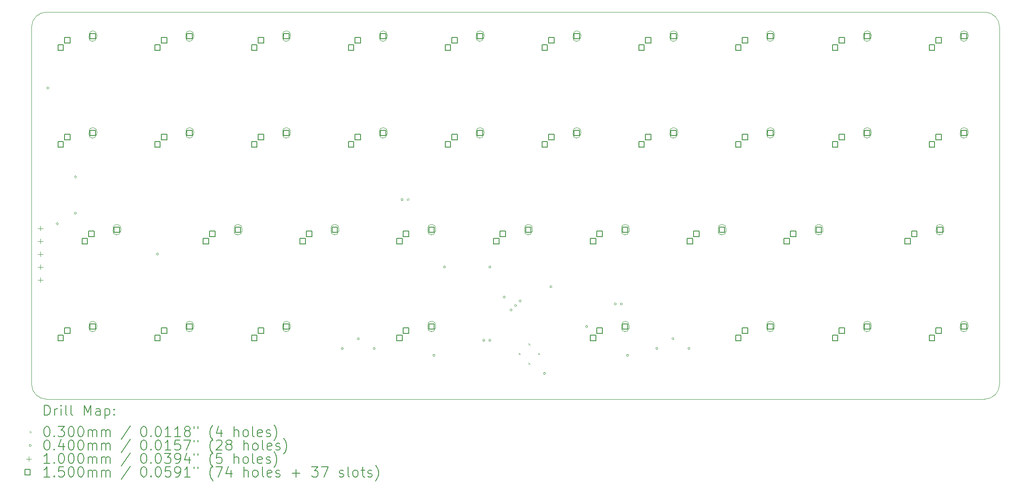
<source format=gbr>
%TF.GenerationSoftware,KiCad,Pcbnew,8.0.5*%
%TF.CreationDate,2024-10-22T20:48:22-04:00*%
%TF.ProjectId,alpha,616c7068-612e-46b6-9963-61645f706362,rev?*%
%TF.SameCoordinates,PX1c62fe0PY650e7e0*%
%TF.FileFunction,Drillmap*%
%TF.FilePolarity,Positive*%
%FSLAX45Y45*%
G04 Gerber Fmt 4.5, Leading zero omitted, Abs format (unit mm)*
G04 Created by KiCad (PCBNEW 8.0.5) date 2024-10-22 20:48:22*
%MOMM*%
%LPD*%
G01*
G04 APERTURE LIST*
%ADD10C,0.100000*%
%ADD11C,0.200000*%
%ADD12C,0.150000*%
G04 APERTURE END LIST*
D10*
X0Y297656D02*
X0Y7322337D01*
X19049984Y297656D02*
G75*
G02*
X18752328Y0I-297654J-2D01*
G01*
X18752328Y0D02*
X297656Y0D01*
X18752328Y7619993D02*
G75*
G02*
X19049980Y7322338I2J-297650D01*
G01*
X0Y7322337D02*
G75*
G02*
X297656Y7619994I297656J0D01*
G01*
X297656Y0D02*
G75*
G02*
X0Y297656I0J297656D01*
G01*
X19049984Y7322338D02*
X19049984Y297656D01*
X297656Y7619993D02*
X18752328Y7619993D01*
D11*
D10*
X9586964Y907968D02*
X9616964Y877968D01*
X9616964Y907968D02*
X9586964Y877968D01*
X9777882Y1098887D02*
X9807882Y1068887D01*
X9807882Y1098887D02*
X9777882Y1068887D01*
X9777882Y717049D02*
X9807882Y687049D01*
X9807882Y717049D02*
X9777882Y687049D01*
X9968801Y907968D02*
X9998801Y877968D01*
X9998801Y907968D02*
X9968801Y877968D01*
X341999Y6126291D02*
G75*
G02*
X301999Y6126291I-20000J0D01*
G01*
X301999Y6126291D02*
G75*
G02*
X341999Y6126291I20000J0D01*
G01*
X526015Y3452810D02*
G75*
G02*
X486015Y3452810I-20000J0D01*
G01*
X486015Y3452810D02*
G75*
G02*
X526015Y3452810I20000J0D01*
G01*
X883202Y4375543D02*
G75*
G02*
X843202Y4375543I-20000J0D01*
G01*
X843202Y4375543D02*
G75*
G02*
X883202Y4375543I20000J0D01*
G01*
X883202Y3661169D02*
G75*
G02*
X843202Y3661169I-20000J0D01*
G01*
X843202Y3661169D02*
G75*
G02*
X883202Y3661169I20000J0D01*
G01*
X2496498Y2857498D02*
G75*
G02*
X2456498Y2857498I-20000J0D01*
G01*
X2456498Y2857498D02*
G75*
G02*
X2496498Y2857498I20000J0D01*
G01*
X6134370Y1000624D02*
G75*
G02*
X6094370Y1000624I-20000J0D01*
G01*
X6094370Y1000624D02*
G75*
G02*
X6134370Y1000624I20000J0D01*
G01*
X6449370Y1190624D02*
G75*
G02*
X6409370Y1190624I-20000J0D01*
G01*
X6409370Y1190624D02*
G75*
G02*
X6449370Y1190624I20000J0D01*
G01*
X6764369Y1000624D02*
G75*
G02*
X6724369Y1000624I-20000J0D01*
G01*
X6724369Y1000624D02*
G75*
G02*
X6764369Y1000624I20000J0D01*
G01*
X7312572Y3929059D02*
G75*
G02*
X7272572Y3929059I-20000J0D01*
G01*
X7272572Y3929059D02*
G75*
G02*
X7312572Y3929059I20000J0D01*
G01*
X7431634Y3929059D02*
G75*
G02*
X7391634Y3929059I-20000J0D01*
G01*
X7391634Y3929059D02*
G75*
G02*
X7431634Y3929059I20000J0D01*
G01*
X7937650Y863202D02*
G75*
G02*
X7897650Y863202I-20000J0D01*
G01*
X7897650Y863202D02*
G75*
G02*
X7937650Y863202I20000J0D01*
G01*
X8146009Y2603201D02*
G75*
G02*
X8106009Y2603201I-20000J0D01*
G01*
X8106009Y2603201D02*
G75*
G02*
X8146009Y2603201I20000J0D01*
G01*
X8919914Y1160858D02*
G75*
G02*
X8879914Y1160858I-20000J0D01*
G01*
X8879914Y1160858D02*
G75*
G02*
X8919914Y1160858I20000J0D01*
G01*
X9038977Y2603201D02*
G75*
G02*
X8998977Y2603201I-20000J0D01*
G01*
X8998977Y2603201D02*
G75*
G02*
X9038977Y2603201I20000J0D01*
G01*
X9038977Y1160858D02*
G75*
G02*
X8998977Y1160858I-20000J0D01*
G01*
X8998977Y1160858D02*
G75*
G02*
X9038977Y1160858I20000J0D01*
G01*
X9321725Y2009203D02*
G75*
G02*
X9281725Y2009203I-20000J0D01*
G01*
X9281725Y2009203D02*
G75*
G02*
X9321725Y2009203I20000J0D01*
G01*
X9455695Y1756170D02*
G75*
G02*
X9415695Y1756170I-20000J0D01*
G01*
X9415695Y1756170D02*
G75*
G02*
X9455695Y1756170I20000J0D01*
G01*
X9544992Y1845467D02*
G75*
G02*
X9504992Y1845467I-20000J0D01*
G01*
X9504992Y1845467D02*
G75*
G02*
X9544992Y1845467I20000J0D01*
G01*
X9634289Y1934764D02*
G75*
G02*
X9594289Y1934764I-20000J0D01*
G01*
X9594289Y1934764D02*
G75*
G02*
X9634289Y1934764I20000J0D01*
G01*
X10114982Y506015D02*
G75*
G02*
X10074982Y506015I-20000J0D01*
G01*
X10074982Y506015D02*
G75*
G02*
X10114982Y506015I20000J0D01*
G01*
X10240308Y2213362D02*
G75*
G02*
X10200308Y2213362I-20000J0D01*
G01*
X10200308Y2213362D02*
G75*
G02*
X10240308Y2213362I20000J0D01*
G01*
X10943975Y1428749D02*
G75*
G02*
X10903975Y1428749I-20000J0D01*
G01*
X10903975Y1428749D02*
G75*
G02*
X10943975Y1428749I20000J0D01*
G01*
X11509522Y1875233D02*
G75*
G02*
X11469522Y1875233I-20000J0D01*
G01*
X11469522Y1875233D02*
G75*
G02*
X11509522Y1875233I20000J0D01*
G01*
X11628584Y1875233D02*
G75*
G02*
X11588584Y1875233I-20000J0D01*
G01*
X11588584Y1875233D02*
G75*
G02*
X11628584Y1875233I20000J0D01*
G01*
X11747646Y863202D02*
G75*
G02*
X11707646Y863202I-20000J0D01*
G01*
X11707646Y863202D02*
G75*
G02*
X11747646Y863202I20000J0D01*
G01*
X12325615Y1000624D02*
G75*
G02*
X12285615Y1000624I-20000J0D01*
G01*
X12285615Y1000624D02*
G75*
G02*
X12325615Y1000624I20000J0D01*
G01*
X12640614Y1190624D02*
G75*
G02*
X12600614Y1190624I-20000J0D01*
G01*
X12600614Y1190624D02*
G75*
G02*
X12640614Y1190624I20000J0D01*
G01*
X12955614Y1000624D02*
G75*
G02*
X12915614Y1000624I-20000J0D01*
G01*
X12915614Y1000624D02*
G75*
G02*
X12955614Y1000624I20000J0D01*
G01*
X178594Y3414997D02*
X178594Y3314997D01*
X128594Y3364997D02*
X228594Y3364997D01*
X178594Y3160997D02*
X178594Y3060997D01*
X128594Y3110997D02*
X228594Y3110997D01*
X178594Y2906998D02*
X178594Y2806998D01*
X128594Y2856998D02*
X228594Y2856998D01*
X178594Y2652998D02*
X178594Y2552998D01*
X128594Y2602998D02*
X228594Y2602998D01*
X178594Y2398998D02*
X178594Y2298998D01*
X128594Y2348998D02*
X228594Y2348998D01*
D12*
X624533Y6868461D02*
X624533Y6974528D01*
X518466Y6974528D01*
X518466Y6868461D01*
X624533Y6868461D01*
X624533Y4963463D02*
X624533Y5069530D01*
X518466Y5069530D01*
X518466Y4963463D01*
X624533Y4963463D01*
X624533Y1153466D02*
X624533Y1259533D01*
X518466Y1259533D01*
X518466Y1153466D01*
X624533Y1153466D01*
X755533Y7014461D02*
X755533Y7120528D01*
X649466Y7120528D01*
X649466Y7014461D01*
X755533Y7014461D01*
X755533Y5109463D02*
X755533Y5215530D01*
X649466Y5215530D01*
X649466Y5109463D01*
X755533Y5109463D01*
X755533Y1299466D02*
X755533Y1405533D01*
X649466Y1405533D01*
X649466Y1299466D01*
X755533Y1299466D01*
X1098798Y3058464D02*
X1098798Y3164531D01*
X992730Y3164531D01*
X992730Y3058464D01*
X1098798Y3058464D01*
X1229798Y3204464D02*
X1229798Y3310531D01*
X1123731Y3310531D01*
X1123731Y3204464D01*
X1229798Y3204464D01*
X1257533Y7093461D02*
X1257533Y7199528D01*
X1151466Y7199528D01*
X1151466Y7093461D01*
X1257533Y7093461D01*
D10*
X1277289Y7112265D02*
X1281344Y7170260D01*
X1131710Y7180724D02*
G75*
G02*
X1281344Y7170260I74817J-5232D01*
G01*
X1131710Y7180724D02*
X1127654Y7122728D01*
X1127654Y7122728D02*
G75*
G03*
X1277289Y7112265I74817J-5232D01*
G01*
D12*
X1257533Y5188463D02*
X1257533Y5294530D01*
X1151466Y5294530D01*
X1151466Y5188463D01*
X1257533Y5188463D01*
D10*
X1277289Y5207267D02*
X1281344Y5265262D01*
X1131710Y5275726D02*
G75*
G02*
X1281344Y5265262I74817J-5232D01*
G01*
X1131710Y5275726D02*
X1127654Y5217730D01*
X1127654Y5217730D02*
G75*
G03*
X1277289Y5207267I74817J-5232D01*
G01*
D12*
X1257533Y1378466D02*
X1257533Y1484533D01*
X1151466Y1484533D01*
X1151466Y1378466D01*
X1257533Y1378466D01*
D10*
X1277289Y1397270D02*
X1281344Y1455265D01*
X1131710Y1465729D02*
G75*
G02*
X1281344Y1455265I74817J-5232D01*
G01*
X1131710Y1465729D02*
X1127654Y1407733D01*
X1127654Y1407733D02*
G75*
G03*
X1277289Y1397270I74817J-5232D01*
G01*
D12*
X1731797Y3283464D02*
X1731797Y3389531D01*
X1625730Y3389531D01*
X1625730Y3283464D01*
X1731797Y3283464D01*
D10*
X1751554Y3302268D02*
X1755609Y3360264D01*
X1605974Y3370727D02*
G75*
G02*
X1755609Y3360264I74817J-5232D01*
G01*
X1605974Y3370727D02*
X1601919Y3312732D01*
X1601919Y3312732D02*
G75*
G03*
X1751554Y3302268I74817J-5232D01*
G01*
D12*
X2529531Y6868461D02*
X2529531Y6974528D01*
X2423464Y6974528D01*
X2423464Y6868461D01*
X2529531Y6868461D01*
X2529531Y4963463D02*
X2529531Y5069530D01*
X2423464Y5069530D01*
X2423464Y4963463D01*
X2529531Y4963463D01*
X2529531Y1153466D02*
X2529531Y1259533D01*
X2423464Y1259533D01*
X2423464Y1153466D01*
X2529531Y1153466D01*
X2660531Y7014461D02*
X2660531Y7120528D01*
X2554464Y7120528D01*
X2554464Y7014461D01*
X2660531Y7014461D01*
X2660531Y5109463D02*
X2660531Y5215530D01*
X2554464Y5215530D01*
X2554464Y5109463D01*
X2660531Y5109463D01*
X2660531Y1299466D02*
X2660531Y1405533D01*
X2554464Y1405533D01*
X2554464Y1299466D01*
X2660531Y1299466D01*
X3162531Y7093461D02*
X3162531Y7199528D01*
X3056464Y7199528D01*
X3056464Y7093461D01*
X3162531Y7093461D01*
D10*
X3182287Y7112265D02*
X3186343Y7170260D01*
X3036708Y7180724D02*
G75*
G02*
X3186343Y7170260I74817J-5232D01*
G01*
X3036708Y7180724D02*
X3032653Y7122728D01*
X3032653Y7122728D02*
G75*
G03*
X3182287Y7112265I74817J-5232D01*
G01*
D12*
X3162531Y5188463D02*
X3162531Y5294530D01*
X3056464Y5294530D01*
X3056464Y5188463D01*
X3162531Y5188463D01*
D10*
X3182287Y5207267D02*
X3186343Y5265262D01*
X3036708Y5275725D02*
G75*
G02*
X3186343Y5265262I74817J-5232D01*
G01*
X3036708Y5275725D02*
X3032653Y5217730D01*
X3032653Y5217730D02*
G75*
G03*
X3182287Y5207267I74817J-5232D01*
G01*
D12*
X3162531Y1378466D02*
X3162531Y1484533D01*
X3056464Y1484533D01*
X3056464Y1378466D01*
X3162531Y1378466D01*
D10*
X3182287Y1397270D02*
X3186343Y1455265D01*
X3036708Y1465729D02*
G75*
G02*
X3186343Y1455265I74817J-5232D01*
G01*
X3036708Y1465729D02*
X3032653Y1407733D01*
X3032653Y1407733D02*
G75*
G03*
X3182287Y1397270I74817J-5232D01*
G01*
D12*
X3482030Y3058464D02*
X3482030Y3164531D01*
X3375963Y3164531D01*
X3375963Y3058464D01*
X3482030Y3058464D01*
X3613030Y3204464D02*
X3613030Y3310531D01*
X3506963Y3310531D01*
X3506963Y3204464D01*
X3613030Y3204464D01*
X4115030Y3283464D02*
X4115030Y3389531D01*
X4008963Y3389531D01*
X4008963Y3283464D01*
X4115030Y3283464D01*
D10*
X4134786Y3302268D02*
X4138842Y3360264D01*
X3989207Y3370727D02*
G75*
G02*
X4138842Y3360264I74817J-5232D01*
G01*
X3989207Y3370727D02*
X3985152Y3312732D01*
X3985152Y3312732D02*
G75*
G03*
X4134786Y3302268I74817J-5232D01*
G01*
D12*
X4434529Y6868461D02*
X4434529Y6974528D01*
X4328462Y6974528D01*
X4328462Y6868461D01*
X4434529Y6868461D01*
X4434530Y4963463D02*
X4434530Y5069530D01*
X4328463Y5069530D01*
X4328463Y4963463D01*
X4434530Y4963463D01*
X4434530Y1153466D02*
X4434530Y1259533D01*
X4328463Y1259533D01*
X4328463Y1153466D01*
X4434530Y1153466D01*
X4565529Y7014461D02*
X4565529Y7120528D01*
X4459462Y7120528D01*
X4459462Y7014461D01*
X4565529Y7014461D01*
X4565530Y5109463D02*
X4565530Y5215530D01*
X4459463Y5215530D01*
X4459463Y5109463D01*
X4565530Y5109463D01*
X4565530Y1299466D02*
X4565530Y1405533D01*
X4459463Y1405533D01*
X4459463Y1299466D01*
X4565530Y1299466D01*
X5067530Y7093461D02*
X5067530Y7199528D01*
X4961463Y7199528D01*
X4961463Y7093461D01*
X5067530Y7093461D01*
D10*
X5087286Y7112265D02*
X5091341Y7170260D01*
X4941706Y7180724D02*
G75*
G02*
X5091341Y7170260I74817J-5232D01*
G01*
X4941706Y7180724D02*
X4937651Y7122728D01*
X4937651Y7122728D02*
G75*
G03*
X5087286Y7112265I74817J-5232D01*
G01*
D12*
X5067530Y5188463D02*
X5067530Y5294530D01*
X4961463Y5294530D01*
X4961463Y5188463D01*
X5067530Y5188463D01*
D10*
X5087286Y5207267D02*
X5091341Y5265262D01*
X4941707Y5275725D02*
G75*
G02*
X5091341Y5265262I74817J-5232D01*
G01*
X4941707Y5275725D02*
X4937651Y5217730D01*
X4937651Y5217730D02*
G75*
G03*
X5087286Y5207267I74817J-5232D01*
G01*
D12*
X5067530Y1378466D02*
X5067530Y1484533D01*
X4961463Y1484533D01*
X4961463Y1378466D01*
X5067530Y1378466D01*
D10*
X5087286Y1397270D02*
X5091341Y1455265D01*
X4941707Y1465729D02*
G75*
G02*
X5091341Y1455265I74817J-5232D01*
G01*
X4941707Y1465729D02*
X4937651Y1407733D01*
X4937651Y1407733D02*
G75*
G03*
X5087286Y1397270I74817J-5232D01*
G01*
D12*
X5387029Y3058464D02*
X5387029Y3164531D01*
X5280962Y3164531D01*
X5280962Y3058464D01*
X5387029Y3058464D01*
X5518029Y3204464D02*
X5518029Y3310531D01*
X5411962Y3310531D01*
X5411962Y3204464D01*
X5518029Y3204464D01*
X6020029Y3283464D02*
X6020029Y3389531D01*
X5913962Y3389531D01*
X5913962Y3283464D01*
X6020029Y3283464D01*
D10*
X6039785Y3302268D02*
X6043840Y3360263D01*
X5894206Y3370727D02*
G75*
G02*
X6043840Y3360263I74817J-5232D01*
G01*
X5894206Y3370727D02*
X5890150Y3312731D01*
X5890150Y3312731D02*
G75*
G03*
X6039785Y3302268I74817J-5232D01*
G01*
D12*
X6339528Y6868461D02*
X6339528Y6974528D01*
X6233461Y6974528D01*
X6233461Y6868461D01*
X6339528Y6868461D01*
X6339528Y4963463D02*
X6339528Y5069530D01*
X6233461Y5069530D01*
X6233461Y4963463D01*
X6339528Y4963463D01*
X6470528Y7014461D02*
X6470528Y7120528D01*
X6364461Y7120528D01*
X6364461Y7014461D01*
X6470528Y7014461D01*
X6470528Y5109463D02*
X6470528Y5215530D01*
X6364461Y5215530D01*
X6364461Y5109463D01*
X6470528Y5109463D01*
X6972528Y7093461D02*
X6972528Y7199528D01*
X6866461Y7199528D01*
X6866461Y7093461D01*
X6972528Y7093461D01*
D10*
X6992284Y7112265D02*
X6996339Y7170260D01*
X6846705Y7180724D02*
G75*
G02*
X6996339Y7170260I74817J-5232D01*
G01*
X6846705Y7180724D02*
X6842649Y7122728D01*
X6842649Y7122728D02*
G75*
G03*
X6992284Y7112265I74817J-5232D01*
G01*
D12*
X6972528Y5188463D02*
X6972528Y5294530D01*
X6866461Y5294530D01*
X6866461Y5188463D01*
X6972528Y5188463D01*
D10*
X6992284Y5207267D02*
X6996339Y5265262D01*
X6846705Y5275726D02*
G75*
G02*
X6996339Y5265262I74817J-5232D01*
G01*
X6846705Y5275726D02*
X6842649Y5217730D01*
X6842649Y5217730D02*
G75*
G03*
X6992284Y5207267I74817J-5232D01*
G01*
D12*
X7292027Y3058464D02*
X7292027Y3164531D01*
X7185960Y3164531D01*
X7185960Y3058464D01*
X7292027Y3058464D01*
X7292027Y1153466D02*
X7292027Y1259533D01*
X7185960Y1259533D01*
X7185960Y1153466D01*
X7292027Y1153466D01*
X7423027Y3204464D02*
X7423027Y3310531D01*
X7316960Y3310531D01*
X7316960Y3204464D01*
X7423027Y3204464D01*
X7423027Y1299466D02*
X7423027Y1405533D01*
X7316960Y1405533D01*
X7316960Y1299466D01*
X7423027Y1299466D01*
X7925027Y3283464D02*
X7925027Y3389531D01*
X7818960Y3389531D01*
X7818960Y3283464D01*
X7925027Y3283464D01*
D10*
X7944783Y3302268D02*
X7948839Y3360263D01*
X7799204Y3370727D02*
G75*
G02*
X7948839Y3360263I74817J-5232D01*
G01*
X7799204Y3370727D02*
X7795149Y3312731D01*
X7795149Y3312731D02*
G75*
G03*
X7944783Y3302268I74817J-5232D01*
G01*
D12*
X7925027Y1378466D02*
X7925027Y1484533D01*
X7818960Y1484533D01*
X7818960Y1378466D01*
X7925027Y1378466D01*
D10*
X7944783Y1397270D02*
X7948839Y1455265D01*
X7799204Y1465729D02*
G75*
G02*
X7948839Y1455265I74817J-5232D01*
G01*
X7799204Y1465729D02*
X7795149Y1407733D01*
X7795149Y1407733D02*
G75*
G03*
X7944783Y1397270I74817J-5232D01*
G01*
D12*
X8244526Y6868461D02*
X8244526Y6974528D01*
X8138459Y6974528D01*
X8138459Y6868461D01*
X8244526Y6868461D01*
X8244526Y4963463D02*
X8244526Y5069530D01*
X8138459Y5069530D01*
X8138459Y4963463D01*
X8244526Y4963463D01*
X8375526Y7014461D02*
X8375526Y7120528D01*
X8269459Y7120528D01*
X8269459Y7014461D01*
X8375526Y7014461D01*
X8375526Y5109463D02*
X8375526Y5215530D01*
X8269459Y5215530D01*
X8269459Y5109463D01*
X8375526Y5109463D01*
X8877526Y7093461D02*
X8877526Y7199528D01*
X8771459Y7199528D01*
X8771459Y7093461D01*
X8877526Y7093461D01*
D10*
X8897283Y7112265D02*
X8901338Y7170260D01*
X8751703Y7180724D02*
G75*
G02*
X8901338Y7170260I74817J-5232D01*
G01*
X8751703Y7180724D02*
X8747648Y7122728D01*
X8747648Y7122728D02*
G75*
G03*
X8897283Y7112265I74817J-5232D01*
G01*
D12*
X8877526Y5188463D02*
X8877526Y5294530D01*
X8771459Y5294530D01*
X8771459Y5188463D01*
X8877526Y5188463D01*
D10*
X8897283Y5207267D02*
X8901338Y5265262D01*
X8751703Y5275726D02*
G75*
G02*
X8901338Y5265262I74817J-5232D01*
G01*
X8751703Y5275726D02*
X8747648Y5217730D01*
X8747648Y5217730D02*
G75*
G03*
X8897283Y5207267I74817J-5232D01*
G01*
D12*
X9197026Y3058464D02*
X9197026Y3164531D01*
X9090959Y3164531D01*
X9090959Y3058464D01*
X9197026Y3058464D01*
X9328026Y3204464D02*
X9328026Y3310531D01*
X9221959Y3310531D01*
X9221959Y3204464D01*
X9328026Y3204464D01*
X9830026Y3283464D02*
X9830026Y3389531D01*
X9723959Y3389531D01*
X9723959Y3283464D01*
X9830026Y3283464D01*
D10*
X9849782Y3302268D02*
X9853837Y3360263D01*
X9704203Y3370727D02*
G75*
G02*
X9853837Y3360263I74817J-5232D01*
G01*
X9704203Y3370727D02*
X9700147Y3312731D01*
X9700147Y3312731D02*
G75*
G03*
X9849782Y3302268I74817J-5232D01*
G01*
D12*
X10149525Y4963463D02*
X10149525Y5069530D01*
X10043458Y5069530D01*
X10043458Y4963463D01*
X10149525Y4963463D01*
X10149525Y6868461D02*
X10149525Y6974528D01*
X10043458Y6974528D01*
X10043458Y6868461D01*
X10149525Y6868461D01*
X10280525Y5109463D02*
X10280525Y5215530D01*
X10174458Y5215530D01*
X10174458Y5109463D01*
X10280525Y5109463D01*
X10280525Y7014461D02*
X10280525Y7120528D01*
X10174458Y7120528D01*
X10174458Y7014461D01*
X10280525Y7014461D01*
X10782525Y5188463D02*
X10782525Y5294530D01*
X10676458Y5294530D01*
X10676458Y5188463D01*
X10782525Y5188463D01*
D10*
X10802281Y5207267D02*
X10806336Y5265262D01*
X10656702Y5275725D02*
G75*
G02*
X10806336Y5265262I74817J-5232D01*
G01*
X10656702Y5275725D02*
X10652646Y5217730D01*
X10652646Y5217730D02*
G75*
G03*
X10802281Y5207267I74817J-5232D01*
G01*
D12*
X10782525Y7093461D02*
X10782525Y7199528D01*
X10676458Y7199528D01*
X10676458Y7093461D01*
X10782525Y7093461D01*
D10*
X10802281Y7112265D02*
X10806336Y7170260D01*
X10656702Y7180724D02*
G75*
G02*
X10806336Y7170260I74817J-5232D01*
G01*
X10656702Y7180724D02*
X10652646Y7122728D01*
X10652646Y7122728D02*
G75*
G03*
X10802281Y7112265I74817J-5232D01*
G01*
D12*
X11102024Y3058464D02*
X11102024Y3164531D01*
X10995957Y3164531D01*
X10995957Y3058464D01*
X11102024Y3058464D01*
X11102024Y1153466D02*
X11102024Y1259533D01*
X10995957Y1259533D01*
X10995957Y1153466D01*
X11102024Y1153466D01*
X11233024Y3204464D02*
X11233024Y3310531D01*
X11126957Y3310531D01*
X11126957Y3204464D01*
X11233024Y3204464D01*
X11233024Y1299466D02*
X11233024Y1405533D01*
X11126957Y1405533D01*
X11126957Y1299466D01*
X11233024Y1299466D01*
X11735024Y3283464D02*
X11735024Y3389531D01*
X11628957Y3389531D01*
X11628957Y3283464D01*
X11735024Y3283464D01*
D10*
X11754780Y3302268D02*
X11758835Y3360264D01*
X11609201Y3370727D02*
G75*
G02*
X11758835Y3360264I74817J-5232D01*
G01*
X11609201Y3370727D02*
X11605145Y3312732D01*
X11605145Y3312732D02*
G75*
G03*
X11754780Y3302268I74817J-5232D01*
G01*
D12*
X11735024Y1378466D02*
X11735024Y1484533D01*
X11628957Y1484533D01*
X11628957Y1378466D01*
X11735024Y1378466D01*
D10*
X11754780Y1397270D02*
X11758835Y1455265D01*
X11609201Y1465729D02*
G75*
G02*
X11758835Y1455265I74817J-5232D01*
G01*
X11609201Y1465729D02*
X11605145Y1407733D01*
X11605145Y1407733D02*
G75*
G03*
X11754780Y1397270I74817J-5232D01*
G01*
D12*
X12054523Y6868461D02*
X12054523Y6974528D01*
X11948456Y6974528D01*
X11948456Y6868461D01*
X12054523Y6868461D01*
X12054523Y4963463D02*
X12054523Y5069530D01*
X11948456Y5069530D01*
X11948456Y4963463D01*
X12054523Y4963463D01*
X12185523Y7014461D02*
X12185523Y7120528D01*
X12079456Y7120528D01*
X12079456Y7014461D01*
X12185523Y7014461D01*
X12185523Y5109463D02*
X12185523Y5215530D01*
X12079456Y5215530D01*
X12079456Y5109463D01*
X12185523Y5109463D01*
X12687523Y7093461D02*
X12687523Y7199528D01*
X12581456Y7199528D01*
X12581456Y7093461D01*
X12687523Y7093461D01*
D10*
X12707279Y7112265D02*
X12711335Y7170260D01*
X12561700Y7180724D02*
G75*
G02*
X12711335Y7170260I74817J-5232D01*
G01*
X12561700Y7180724D02*
X12557645Y7122728D01*
X12557645Y7122728D02*
G75*
G03*
X12707279Y7112265I74817J-5232D01*
G01*
D12*
X12687523Y5188463D02*
X12687523Y5294530D01*
X12581456Y5294530D01*
X12581456Y5188463D01*
X12687523Y5188463D01*
D10*
X12707279Y5207267D02*
X12711335Y5265262D01*
X12561700Y5275725D02*
G75*
G02*
X12711335Y5265262I74817J-5232D01*
G01*
X12561700Y5275725D02*
X12557645Y5217730D01*
X12557645Y5217730D02*
G75*
G03*
X12707279Y5207267I74817J-5232D01*
G01*
D12*
X13007022Y3058464D02*
X13007022Y3164531D01*
X12900955Y3164531D01*
X12900955Y3058464D01*
X13007022Y3058464D01*
X13138022Y3204464D02*
X13138022Y3310531D01*
X13031955Y3310531D01*
X13031955Y3204464D01*
X13138022Y3204464D01*
X13640022Y3283464D02*
X13640022Y3389531D01*
X13533955Y3389531D01*
X13533955Y3283464D01*
X13640022Y3283464D01*
D10*
X13659778Y3302268D02*
X13663834Y3360264D01*
X13514199Y3370727D02*
G75*
G02*
X13663834Y3360264I74817J-5232D01*
G01*
X13514199Y3370727D02*
X13510144Y3312732D01*
X13510144Y3312732D02*
G75*
G03*
X13659778Y3302268I74817J-5232D01*
G01*
D12*
X13959521Y1153466D02*
X13959521Y1259533D01*
X13853454Y1259533D01*
X13853454Y1153466D01*
X13959521Y1153466D01*
X13959521Y6868461D02*
X13959521Y6974528D01*
X13853454Y6974528D01*
X13853454Y6868461D01*
X13959521Y6868461D01*
X13959521Y4963463D02*
X13959521Y5069530D01*
X13853454Y5069530D01*
X13853454Y4963463D01*
X13959521Y4963463D01*
X14090521Y1299466D02*
X14090521Y1405533D01*
X13984454Y1405533D01*
X13984454Y1299466D01*
X14090521Y1299466D01*
X14090521Y7014461D02*
X14090521Y7120528D01*
X13984454Y7120528D01*
X13984454Y7014461D01*
X14090521Y7014461D01*
X14090521Y5109463D02*
X14090521Y5215530D01*
X13984454Y5215530D01*
X13984454Y5109463D01*
X14090521Y5109463D01*
X14592521Y1378466D02*
X14592521Y1484533D01*
X14486454Y1484533D01*
X14486454Y1378466D01*
X14592521Y1378466D01*
D10*
X14612278Y1397270D02*
X14616333Y1455265D01*
X14466698Y1465729D02*
G75*
G02*
X14616333Y1455265I74817J-5232D01*
G01*
X14466698Y1465729D02*
X14462643Y1407733D01*
X14462643Y1407733D02*
G75*
G03*
X14612278Y1397270I74817J-5232D01*
G01*
D12*
X14592522Y7093461D02*
X14592522Y7199528D01*
X14486455Y7199528D01*
X14486455Y7093461D01*
X14592522Y7093461D01*
D10*
X14612278Y7112265D02*
X14616333Y7170260D01*
X14466698Y7180724D02*
G75*
G02*
X14616333Y7170260I74817J-5232D01*
G01*
X14466698Y7180724D02*
X14462643Y7122728D01*
X14462643Y7122728D02*
G75*
G03*
X14612278Y7112265I74817J-5232D01*
G01*
D12*
X14592522Y5188463D02*
X14592522Y5294530D01*
X14486455Y5294530D01*
X14486455Y5188463D01*
X14592522Y5188463D01*
D10*
X14612278Y5207267D02*
X14616333Y5265262D01*
X14466698Y5275725D02*
G75*
G02*
X14616333Y5265262I74817J-5232D01*
G01*
X14466698Y5275725D02*
X14462643Y5217730D01*
X14462643Y5217730D02*
G75*
G03*
X14612278Y5207267I74817J-5232D01*
G01*
D12*
X14912021Y3058464D02*
X14912021Y3164531D01*
X14805954Y3164531D01*
X14805954Y3058464D01*
X14912021Y3058464D01*
X15043021Y3204464D02*
X15043021Y3310531D01*
X14936954Y3310531D01*
X14936954Y3204464D01*
X15043021Y3204464D01*
X15545021Y3283464D02*
X15545021Y3389531D01*
X15438954Y3389531D01*
X15438954Y3283464D01*
X15545021Y3283464D01*
D10*
X15564777Y3302268D02*
X15568832Y3360264D01*
X15419198Y3370727D02*
G75*
G02*
X15568832Y3360264I74817J-5232D01*
G01*
X15419198Y3370727D02*
X15415142Y3312732D01*
X15415142Y3312732D02*
G75*
G03*
X15564777Y3302268I74817J-5232D01*
G01*
D12*
X15864520Y6868461D02*
X15864520Y6974528D01*
X15758453Y6974528D01*
X15758453Y6868461D01*
X15864520Y6868461D01*
X15864520Y4963463D02*
X15864520Y5069530D01*
X15758453Y5069530D01*
X15758453Y4963463D01*
X15864520Y4963463D01*
X15864520Y1153466D02*
X15864520Y1259533D01*
X15758453Y1259533D01*
X15758453Y1153466D01*
X15864520Y1153466D01*
X15995520Y7014461D02*
X15995520Y7120528D01*
X15889453Y7120528D01*
X15889453Y7014461D01*
X15995520Y7014461D01*
X15995520Y5109463D02*
X15995520Y5215530D01*
X15889453Y5215530D01*
X15889453Y5109463D01*
X15995520Y5109463D01*
X15995520Y1299466D02*
X15995520Y1405533D01*
X15889453Y1405533D01*
X15889453Y1299466D01*
X15995520Y1299466D01*
X16497520Y7093461D02*
X16497520Y7199528D01*
X16391453Y7199528D01*
X16391453Y7093461D01*
X16497520Y7093461D01*
D10*
X16517276Y7112265D02*
X16521331Y7170260D01*
X16371697Y7180724D02*
G75*
G02*
X16521331Y7170260I74817J-5232D01*
G01*
X16371697Y7180724D02*
X16367641Y7122728D01*
X16367641Y7122728D02*
G75*
G03*
X16517276Y7112265I74817J-5232D01*
G01*
D12*
X16497520Y5188463D02*
X16497520Y5294530D01*
X16391453Y5294530D01*
X16391453Y5188463D01*
X16497520Y5188463D01*
D10*
X16517276Y5207267D02*
X16521331Y5265262D01*
X16371697Y5275725D02*
G75*
G02*
X16521331Y5265262I74817J-5232D01*
G01*
X16371697Y5275725D02*
X16367641Y5217730D01*
X16367641Y5217730D02*
G75*
G03*
X16517276Y5207267I74817J-5232D01*
G01*
D12*
X16497520Y1378466D02*
X16497520Y1484533D01*
X16391453Y1484533D01*
X16391453Y1378466D01*
X16497520Y1378466D01*
D10*
X16517276Y1397270D02*
X16521331Y1455265D01*
X16371697Y1465729D02*
G75*
G02*
X16521331Y1455265I74817J-5232D01*
G01*
X16371697Y1465729D02*
X16367641Y1407733D01*
X16367641Y1407733D02*
G75*
G03*
X16517276Y1397270I74817J-5232D01*
G01*
D12*
X17293269Y3058464D02*
X17293269Y3164531D01*
X17187202Y3164531D01*
X17187202Y3058464D01*
X17293269Y3058464D01*
X17424269Y3204464D02*
X17424269Y3310531D01*
X17318202Y3310531D01*
X17318202Y3204464D01*
X17424269Y3204464D01*
X17769518Y4963463D02*
X17769518Y5069530D01*
X17663451Y5069530D01*
X17663451Y4963463D01*
X17769518Y4963463D01*
X17769518Y1153466D02*
X17769518Y1259533D01*
X17663451Y1259533D01*
X17663451Y1153466D01*
X17769518Y1153466D01*
X17769518Y6868461D02*
X17769518Y6974528D01*
X17663451Y6974528D01*
X17663451Y6868461D01*
X17769518Y6868461D01*
X17900518Y5109463D02*
X17900518Y5215530D01*
X17794451Y5215530D01*
X17794451Y5109463D01*
X17900518Y5109463D01*
X17900518Y1299466D02*
X17900518Y1405533D01*
X17794451Y1405533D01*
X17794451Y1299466D01*
X17900518Y1299466D01*
X17900518Y7014461D02*
X17900518Y7120528D01*
X17794451Y7120528D01*
X17794451Y7014461D01*
X17900518Y7014461D01*
X17926269Y3283464D02*
X17926269Y3389531D01*
X17820202Y3389531D01*
X17820202Y3283464D01*
X17926269Y3283464D01*
D10*
X17946025Y3302268D02*
X17950080Y3360264D01*
X17800446Y3370727D02*
G75*
G02*
X17950080Y3360264I74817J-5232D01*
G01*
X17800446Y3370727D02*
X17796390Y3312732D01*
X17796390Y3312732D02*
G75*
G03*
X17946025Y3302268I74817J-5232D01*
G01*
D12*
X18402518Y5188463D02*
X18402518Y5294530D01*
X18296451Y5294530D01*
X18296451Y5188463D01*
X18402518Y5188463D01*
D10*
X18422275Y5207267D02*
X18426330Y5265262D01*
X18276695Y5275725D02*
G75*
G02*
X18426330Y5265262I74817J-5232D01*
G01*
X18276695Y5275725D02*
X18272640Y5217730D01*
X18272640Y5217730D02*
G75*
G03*
X18422275Y5207267I74817J-5232D01*
G01*
D12*
X18402518Y1378466D02*
X18402518Y1484533D01*
X18296451Y1484533D01*
X18296451Y1378466D01*
X18402518Y1378466D01*
D10*
X18422275Y1397270D02*
X18426330Y1455265D01*
X18276695Y1465729D02*
G75*
G02*
X18426330Y1455265I74817J-5232D01*
G01*
X18276695Y1465729D02*
X18272640Y1407733D01*
X18272640Y1407733D02*
G75*
G03*
X18422275Y1397270I74817J-5232D01*
G01*
D12*
X18402519Y7093461D02*
X18402519Y7199528D01*
X18296452Y7199528D01*
X18296452Y7093461D01*
X18402519Y7093461D01*
D10*
X18422275Y7112265D02*
X18426330Y7170260D01*
X18276695Y7180724D02*
G75*
G02*
X18426330Y7170260I74817J-5232D01*
G01*
X18276695Y7180724D02*
X18272640Y7122728D01*
X18272640Y7122728D02*
G75*
G03*
X18422275Y7112265I74817J-5232D01*
G01*
D11*
X255777Y-316484D02*
X255777Y-116484D01*
X255777Y-116484D02*
X303396Y-116484D01*
X303396Y-116484D02*
X331967Y-126008D01*
X331967Y-126008D02*
X351015Y-145056D01*
X351015Y-145056D02*
X360539Y-164103D01*
X360539Y-164103D02*
X370062Y-202198D01*
X370062Y-202198D02*
X370062Y-230770D01*
X370062Y-230770D02*
X360539Y-268865D01*
X360539Y-268865D02*
X351015Y-287913D01*
X351015Y-287913D02*
X331967Y-306960D01*
X331967Y-306960D02*
X303396Y-316484D01*
X303396Y-316484D02*
X255777Y-316484D01*
X455777Y-316484D02*
X455777Y-183151D01*
X455777Y-221246D02*
X465301Y-202198D01*
X465301Y-202198D02*
X474824Y-192675D01*
X474824Y-192675D02*
X493872Y-183151D01*
X493872Y-183151D02*
X512920Y-183151D01*
X579586Y-316484D02*
X579586Y-183151D01*
X579586Y-116484D02*
X570063Y-126008D01*
X570063Y-126008D02*
X579586Y-135532D01*
X579586Y-135532D02*
X589110Y-126008D01*
X589110Y-126008D02*
X579586Y-116484D01*
X579586Y-116484D02*
X579586Y-135532D01*
X703396Y-316484D02*
X684348Y-306960D01*
X684348Y-306960D02*
X674824Y-287913D01*
X674824Y-287913D02*
X674824Y-116484D01*
X808158Y-316484D02*
X789110Y-306960D01*
X789110Y-306960D02*
X779586Y-287913D01*
X779586Y-287913D02*
X779586Y-116484D01*
X1036729Y-316484D02*
X1036729Y-116484D01*
X1036729Y-116484D02*
X1103396Y-259341D01*
X1103396Y-259341D02*
X1170063Y-116484D01*
X1170063Y-116484D02*
X1170063Y-316484D01*
X1351015Y-316484D02*
X1351015Y-211722D01*
X1351015Y-211722D02*
X1341491Y-192675D01*
X1341491Y-192675D02*
X1322444Y-183151D01*
X1322444Y-183151D02*
X1284348Y-183151D01*
X1284348Y-183151D02*
X1265301Y-192675D01*
X1351015Y-306960D02*
X1331967Y-316484D01*
X1331967Y-316484D02*
X1284348Y-316484D01*
X1284348Y-316484D02*
X1265301Y-306960D01*
X1265301Y-306960D02*
X1255777Y-287913D01*
X1255777Y-287913D02*
X1255777Y-268865D01*
X1255777Y-268865D02*
X1265301Y-249817D01*
X1265301Y-249817D02*
X1284348Y-240294D01*
X1284348Y-240294D02*
X1331967Y-240294D01*
X1331967Y-240294D02*
X1351015Y-230770D01*
X1446253Y-183151D02*
X1446253Y-383151D01*
X1446253Y-192675D02*
X1465301Y-183151D01*
X1465301Y-183151D02*
X1503396Y-183151D01*
X1503396Y-183151D02*
X1522443Y-192675D01*
X1522443Y-192675D02*
X1531967Y-202198D01*
X1531967Y-202198D02*
X1541491Y-221246D01*
X1541491Y-221246D02*
X1541491Y-278389D01*
X1541491Y-278389D02*
X1531967Y-297437D01*
X1531967Y-297437D02*
X1522443Y-306960D01*
X1522443Y-306960D02*
X1503396Y-316484D01*
X1503396Y-316484D02*
X1465301Y-316484D01*
X1465301Y-316484D02*
X1446253Y-306960D01*
X1627205Y-297437D02*
X1636729Y-306960D01*
X1636729Y-306960D02*
X1627205Y-316484D01*
X1627205Y-316484D02*
X1617682Y-306960D01*
X1617682Y-306960D02*
X1627205Y-297437D01*
X1627205Y-297437D02*
X1627205Y-316484D01*
X1627205Y-192675D02*
X1636729Y-202198D01*
X1636729Y-202198D02*
X1627205Y-211722D01*
X1627205Y-211722D02*
X1617682Y-202198D01*
X1617682Y-202198D02*
X1627205Y-192675D01*
X1627205Y-192675D02*
X1627205Y-211722D01*
D10*
X-35000Y-630000D02*
X-5000Y-660000D01*
X-5000Y-630000D02*
X-35000Y-660000D01*
D11*
X293872Y-536484D02*
X312920Y-536484D01*
X312920Y-536484D02*
X331967Y-546008D01*
X331967Y-546008D02*
X341491Y-555532D01*
X341491Y-555532D02*
X351015Y-574579D01*
X351015Y-574579D02*
X360539Y-612675D01*
X360539Y-612675D02*
X360539Y-660294D01*
X360539Y-660294D02*
X351015Y-698389D01*
X351015Y-698389D02*
X341491Y-717436D01*
X341491Y-717436D02*
X331967Y-726960D01*
X331967Y-726960D02*
X312920Y-736484D01*
X312920Y-736484D02*
X293872Y-736484D01*
X293872Y-736484D02*
X274824Y-726960D01*
X274824Y-726960D02*
X265301Y-717436D01*
X265301Y-717436D02*
X255777Y-698389D01*
X255777Y-698389D02*
X246253Y-660294D01*
X246253Y-660294D02*
X246253Y-612675D01*
X246253Y-612675D02*
X255777Y-574579D01*
X255777Y-574579D02*
X265301Y-555532D01*
X265301Y-555532D02*
X274824Y-546008D01*
X274824Y-546008D02*
X293872Y-536484D01*
X446253Y-717436D02*
X455777Y-726960D01*
X455777Y-726960D02*
X446253Y-736484D01*
X446253Y-736484D02*
X436729Y-726960D01*
X436729Y-726960D02*
X446253Y-717436D01*
X446253Y-717436D02*
X446253Y-736484D01*
X522443Y-536484D02*
X646253Y-536484D01*
X646253Y-536484D02*
X579586Y-612675D01*
X579586Y-612675D02*
X608158Y-612675D01*
X608158Y-612675D02*
X627205Y-622198D01*
X627205Y-622198D02*
X636729Y-631722D01*
X636729Y-631722D02*
X646253Y-650770D01*
X646253Y-650770D02*
X646253Y-698389D01*
X646253Y-698389D02*
X636729Y-717436D01*
X636729Y-717436D02*
X627205Y-726960D01*
X627205Y-726960D02*
X608158Y-736484D01*
X608158Y-736484D02*
X551015Y-736484D01*
X551015Y-736484D02*
X531967Y-726960D01*
X531967Y-726960D02*
X522443Y-717436D01*
X770062Y-536484D02*
X789110Y-536484D01*
X789110Y-536484D02*
X808158Y-546008D01*
X808158Y-546008D02*
X817682Y-555532D01*
X817682Y-555532D02*
X827205Y-574579D01*
X827205Y-574579D02*
X836729Y-612675D01*
X836729Y-612675D02*
X836729Y-660294D01*
X836729Y-660294D02*
X827205Y-698389D01*
X827205Y-698389D02*
X817682Y-717436D01*
X817682Y-717436D02*
X808158Y-726960D01*
X808158Y-726960D02*
X789110Y-736484D01*
X789110Y-736484D02*
X770062Y-736484D01*
X770062Y-736484D02*
X751015Y-726960D01*
X751015Y-726960D02*
X741491Y-717436D01*
X741491Y-717436D02*
X731967Y-698389D01*
X731967Y-698389D02*
X722443Y-660294D01*
X722443Y-660294D02*
X722443Y-612675D01*
X722443Y-612675D02*
X731967Y-574579D01*
X731967Y-574579D02*
X741491Y-555532D01*
X741491Y-555532D02*
X751015Y-546008D01*
X751015Y-546008D02*
X770062Y-536484D01*
X960539Y-536484D02*
X979586Y-536484D01*
X979586Y-536484D02*
X998634Y-546008D01*
X998634Y-546008D02*
X1008158Y-555532D01*
X1008158Y-555532D02*
X1017682Y-574579D01*
X1017682Y-574579D02*
X1027205Y-612675D01*
X1027205Y-612675D02*
X1027205Y-660294D01*
X1027205Y-660294D02*
X1017682Y-698389D01*
X1017682Y-698389D02*
X1008158Y-717436D01*
X1008158Y-717436D02*
X998634Y-726960D01*
X998634Y-726960D02*
X979586Y-736484D01*
X979586Y-736484D02*
X960539Y-736484D01*
X960539Y-736484D02*
X941491Y-726960D01*
X941491Y-726960D02*
X931967Y-717436D01*
X931967Y-717436D02*
X922443Y-698389D01*
X922443Y-698389D02*
X912920Y-660294D01*
X912920Y-660294D02*
X912920Y-612675D01*
X912920Y-612675D02*
X922443Y-574579D01*
X922443Y-574579D02*
X931967Y-555532D01*
X931967Y-555532D02*
X941491Y-546008D01*
X941491Y-546008D02*
X960539Y-536484D01*
X1112920Y-736484D02*
X1112920Y-603151D01*
X1112920Y-622198D02*
X1122444Y-612675D01*
X1122444Y-612675D02*
X1141491Y-603151D01*
X1141491Y-603151D02*
X1170063Y-603151D01*
X1170063Y-603151D02*
X1189110Y-612675D01*
X1189110Y-612675D02*
X1198634Y-631722D01*
X1198634Y-631722D02*
X1198634Y-736484D01*
X1198634Y-631722D02*
X1208158Y-612675D01*
X1208158Y-612675D02*
X1227205Y-603151D01*
X1227205Y-603151D02*
X1255777Y-603151D01*
X1255777Y-603151D02*
X1274825Y-612675D01*
X1274825Y-612675D02*
X1284348Y-631722D01*
X1284348Y-631722D02*
X1284348Y-736484D01*
X1379586Y-736484D02*
X1379586Y-603151D01*
X1379586Y-622198D02*
X1389110Y-612675D01*
X1389110Y-612675D02*
X1408158Y-603151D01*
X1408158Y-603151D02*
X1436729Y-603151D01*
X1436729Y-603151D02*
X1455777Y-612675D01*
X1455777Y-612675D02*
X1465301Y-631722D01*
X1465301Y-631722D02*
X1465301Y-736484D01*
X1465301Y-631722D02*
X1474824Y-612675D01*
X1474824Y-612675D02*
X1493872Y-603151D01*
X1493872Y-603151D02*
X1522443Y-603151D01*
X1522443Y-603151D02*
X1541491Y-612675D01*
X1541491Y-612675D02*
X1551015Y-631722D01*
X1551015Y-631722D02*
X1551015Y-736484D01*
X1941491Y-526960D02*
X1770063Y-784103D01*
X2198634Y-536484D02*
X2217682Y-536484D01*
X2217682Y-536484D02*
X2236729Y-546008D01*
X2236729Y-546008D02*
X2246253Y-555532D01*
X2246253Y-555532D02*
X2255777Y-574579D01*
X2255777Y-574579D02*
X2265301Y-612675D01*
X2265301Y-612675D02*
X2265301Y-660294D01*
X2265301Y-660294D02*
X2255777Y-698389D01*
X2255777Y-698389D02*
X2246253Y-717436D01*
X2246253Y-717436D02*
X2236729Y-726960D01*
X2236729Y-726960D02*
X2217682Y-736484D01*
X2217682Y-736484D02*
X2198634Y-736484D01*
X2198634Y-736484D02*
X2179587Y-726960D01*
X2179587Y-726960D02*
X2170063Y-717436D01*
X2170063Y-717436D02*
X2160539Y-698389D01*
X2160539Y-698389D02*
X2151015Y-660294D01*
X2151015Y-660294D02*
X2151015Y-612675D01*
X2151015Y-612675D02*
X2160539Y-574579D01*
X2160539Y-574579D02*
X2170063Y-555532D01*
X2170063Y-555532D02*
X2179587Y-546008D01*
X2179587Y-546008D02*
X2198634Y-536484D01*
X2351015Y-717436D02*
X2360539Y-726960D01*
X2360539Y-726960D02*
X2351015Y-736484D01*
X2351015Y-736484D02*
X2341491Y-726960D01*
X2341491Y-726960D02*
X2351015Y-717436D01*
X2351015Y-717436D02*
X2351015Y-736484D01*
X2484348Y-536484D02*
X2503396Y-536484D01*
X2503396Y-536484D02*
X2522444Y-546008D01*
X2522444Y-546008D02*
X2531968Y-555532D01*
X2531968Y-555532D02*
X2541491Y-574579D01*
X2541491Y-574579D02*
X2551015Y-612675D01*
X2551015Y-612675D02*
X2551015Y-660294D01*
X2551015Y-660294D02*
X2541491Y-698389D01*
X2541491Y-698389D02*
X2531968Y-717436D01*
X2531968Y-717436D02*
X2522444Y-726960D01*
X2522444Y-726960D02*
X2503396Y-736484D01*
X2503396Y-736484D02*
X2484348Y-736484D01*
X2484348Y-736484D02*
X2465301Y-726960D01*
X2465301Y-726960D02*
X2455777Y-717436D01*
X2455777Y-717436D02*
X2446253Y-698389D01*
X2446253Y-698389D02*
X2436729Y-660294D01*
X2436729Y-660294D02*
X2436729Y-612675D01*
X2436729Y-612675D02*
X2446253Y-574579D01*
X2446253Y-574579D02*
X2455777Y-555532D01*
X2455777Y-555532D02*
X2465301Y-546008D01*
X2465301Y-546008D02*
X2484348Y-536484D01*
X2741491Y-736484D02*
X2627206Y-736484D01*
X2684348Y-736484D02*
X2684348Y-536484D01*
X2684348Y-536484D02*
X2665301Y-565056D01*
X2665301Y-565056D02*
X2646253Y-584103D01*
X2646253Y-584103D02*
X2627206Y-593627D01*
X2931967Y-736484D02*
X2817682Y-736484D01*
X2874825Y-736484D02*
X2874825Y-536484D01*
X2874825Y-536484D02*
X2855777Y-565056D01*
X2855777Y-565056D02*
X2836729Y-584103D01*
X2836729Y-584103D02*
X2817682Y-593627D01*
X3046253Y-622198D02*
X3027206Y-612675D01*
X3027206Y-612675D02*
X3017682Y-603151D01*
X3017682Y-603151D02*
X3008158Y-584103D01*
X3008158Y-584103D02*
X3008158Y-574579D01*
X3008158Y-574579D02*
X3017682Y-555532D01*
X3017682Y-555532D02*
X3027206Y-546008D01*
X3027206Y-546008D02*
X3046253Y-536484D01*
X3046253Y-536484D02*
X3084348Y-536484D01*
X3084348Y-536484D02*
X3103396Y-546008D01*
X3103396Y-546008D02*
X3112920Y-555532D01*
X3112920Y-555532D02*
X3122444Y-574579D01*
X3122444Y-574579D02*
X3122444Y-584103D01*
X3122444Y-584103D02*
X3112920Y-603151D01*
X3112920Y-603151D02*
X3103396Y-612675D01*
X3103396Y-612675D02*
X3084348Y-622198D01*
X3084348Y-622198D02*
X3046253Y-622198D01*
X3046253Y-622198D02*
X3027206Y-631722D01*
X3027206Y-631722D02*
X3017682Y-641246D01*
X3017682Y-641246D02*
X3008158Y-660294D01*
X3008158Y-660294D02*
X3008158Y-698389D01*
X3008158Y-698389D02*
X3017682Y-717436D01*
X3017682Y-717436D02*
X3027206Y-726960D01*
X3027206Y-726960D02*
X3046253Y-736484D01*
X3046253Y-736484D02*
X3084348Y-736484D01*
X3084348Y-736484D02*
X3103396Y-726960D01*
X3103396Y-726960D02*
X3112920Y-717436D01*
X3112920Y-717436D02*
X3122444Y-698389D01*
X3122444Y-698389D02*
X3122444Y-660294D01*
X3122444Y-660294D02*
X3112920Y-641246D01*
X3112920Y-641246D02*
X3103396Y-631722D01*
X3103396Y-631722D02*
X3084348Y-622198D01*
X3198634Y-536484D02*
X3198634Y-574579D01*
X3274825Y-536484D02*
X3274825Y-574579D01*
X3570063Y-812675D02*
X3560539Y-803151D01*
X3560539Y-803151D02*
X3541491Y-774579D01*
X3541491Y-774579D02*
X3531968Y-755532D01*
X3531968Y-755532D02*
X3522444Y-726960D01*
X3522444Y-726960D02*
X3512920Y-679341D01*
X3512920Y-679341D02*
X3512920Y-641246D01*
X3512920Y-641246D02*
X3522444Y-593627D01*
X3522444Y-593627D02*
X3531968Y-565056D01*
X3531968Y-565056D02*
X3541491Y-546008D01*
X3541491Y-546008D02*
X3560539Y-517436D01*
X3560539Y-517436D02*
X3570063Y-507913D01*
X3731968Y-603151D02*
X3731968Y-736484D01*
X3684348Y-526960D02*
X3636729Y-669818D01*
X3636729Y-669818D02*
X3760539Y-669818D01*
X3989110Y-736484D02*
X3989110Y-536484D01*
X4074825Y-736484D02*
X4074825Y-631722D01*
X4074825Y-631722D02*
X4065301Y-612675D01*
X4065301Y-612675D02*
X4046253Y-603151D01*
X4046253Y-603151D02*
X4017682Y-603151D01*
X4017682Y-603151D02*
X3998634Y-612675D01*
X3998634Y-612675D02*
X3989110Y-622198D01*
X4198634Y-736484D02*
X4179587Y-726960D01*
X4179587Y-726960D02*
X4170063Y-717436D01*
X4170063Y-717436D02*
X4160539Y-698389D01*
X4160539Y-698389D02*
X4160539Y-641246D01*
X4160539Y-641246D02*
X4170063Y-622198D01*
X4170063Y-622198D02*
X4179587Y-612675D01*
X4179587Y-612675D02*
X4198634Y-603151D01*
X4198634Y-603151D02*
X4227206Y-603151D01*
X4227206Y-603151D02*
X4246253Y-612675D01*
X4246253Y-612675D02*
X4255777Y-622198D01*
X4255777Y-622198D02*
X4265301Y-641246D01*
X4265301Y-641246D02*
X4265301Y-698389D01*
X4265301Y-698389D02*
X4255777Y-717436D01*
X4255777Y-717436D02*
X4246253Y-726960D01*
X4246253Y-726960D02*
X4227206Y-736484D01*
X4227206Y-736484D02*
X4198634Y-736484D01*
X4379587Y-736484D02*
X4360539Y-726960D01*
X4360539Y-726960D02*
X4351015Y-707913D01*
X4351015Y-707913D02*
X4351015Y-536484D01*
X4531968Y-726960D02*
X4512920Y-736484D01*
X4512920Y-736484D02*
X4474825Y-736484D01*
X4474825Y-736484D02*
X4455777Y-726960D01*
X4455777Y-726960D02*
X4446253Y-707913D01*
X4446253Y-707913D02*
X4446253Y-631722D01*
X4446253Y-631722D02*
X4455777Y-612675D01*
X4455777Y-612675D02*
X4474825Y-603151D01*
X4474825Y-603151D02*
X4512920Y-603151D01*
X4512920Y-603151D02*
X4531968Y-612675D01*
X4531968Y-612675D02*
X4541492Y-631722D01*
X4541492Y-631722D02*
X4541492Y-650770D01*
X4541492Y-650770D02*
X4446253Y-669818D01*
X4617682Y-726960D02*
X4636730Y-736484D01*
X4636730Y-736484D02*
X4674825Y-736484D01*
X4674825Y-736484D02*
X4693873Y-726960D01*
X4693873Y-726960D02*
X4703396Y-707913D01*
X4703396Y-707913D02*
X4703396Y-698389D01*
X4703396Y-698389D02*
X4693873Y-679341D01*
X4693873Y-679341D02*
X4674825Y-669818D01*
X4674825Y-669818D02*
X4646253Y-669818D01*
X4646253Y-669818D02*
X4627206Y-660294D01*
X4627206Y-660294D02*
X4617682Y-641246D01*
X4617682Y-641246D02*
X4617682Y-631722D01*
X4617682Y-631722D02*
X4627206Y-612675D01*
X4627206Y-612675D02*
X4646253Y-603151D01*
X4646253Y-603151D02*
X4674825Y-603151D01*
X4674825Y-603151D02*
X4693873Y-612675D01*
X4770063Y-812675D02*
X4779587Y-803151D01*
X4779587Y-803151D02*
X4798634Y-774579D01*
X4798634Y-774579D02*
X4808158Y-755532D01*
X4808158Y-755532D02*
X4817682Y-726960D01*
X4817682Y-726960D02*
X4827206Y-679341D01*
X4827206Y-679341D02*
X4827206Y-641246D01*
X4827206Y-641246D02*
X4817682Y-593627D01*
X4817682Y-593627D02*
X4808158Y-565056D01*
X4808158Y-565056D02*
X4798634Y-546008D01*
X4798634Y-546008D02*
X4779587Y-517436D01*
X4779587Y-517436D02*
X4770063Y-507913D01*
D10*
X-5000Y-909000D02*
G75*
G02*
X-45000Y-909000I-20000J0D01*
G01*
X-45000Y-909000D02*
G75*
G02*
X-5000Y-909000I20000J0D01*
G01*
D11*
X293872Y-800484D02*
X312920Y-800484D01*
X312920Y-800484D02*
X331967Y-810008D01*
X331967Y-810008D02*
X341491Y-819532D01*
X341491Y-819532D02*
X351015Y-838579D01*
X351015Y-838579D02*
X360539Y-876675D01*
X360539Y-876675D02*
X360539Y-924294D01*
X360539Y-924294D02*
X351015Y-962389D01*
X351015Y-962389D02*
X341491Y-981436D01*
X341491Y-981436D02*
X331967Y-990960D01*
X331967Y-990960D02*
X312920Y-1000484D01*
X312920Y-1000484D02*
X293872Y-1000484D01*
X293872Y-1000484D02*
X274824Y-990960D01*
X274824Y-990960D02*
X265301Y-981436D01*
X265301Y-981436D02*
X255777Y-962389D01*
X255777Y-962389D02*
X246253Y-924294D01*
X246253Y-924294D02*
X246253Y-876675D01*
X246253Y-876675D02*
X255777Y-838579D01*
X255777Y-838579D02*
X265301Y-819532D01*
X265301Y-819532D02*
X274824Y-810008D01*
X274824Y-810008D02*
X293872Y-800484D01*
X446253Y-981436D02*
X455777Y-990960D01*
X455777Y-990960D02*
X446253Y-1000484D01*
X446253Y-1000484D02*
X436729Y-990960D01*
X436729Y-990960D02*
X446253Y-981436D01*
X446253Y-981436D02*
X446253Y-1000484D01*
X627205Y-867151D02*
X627205Y-1000484D01*
X579586Y-790960D02*
X531967Y-933817D01*
X531967Y-933817D02*
X655777Y-933817D01*
X770062Y-800484D02*
X789110Y-800484D01*
X789110Y-800484D02*
X808158Y-810008D01*
X808158Y-810008D02*
X817682Y-819532D01*
X817682Y-819532D02*
X827205Y-838579D01*
X827205Y-838579D02*
X836729Y-876675D01*
X836729Y-876675D02*
X836729Y-924294D01*
X836729Y-924294D02*
X827205Y-962389D01*
X827205Y-962389D02*
X817682Y-981436D01*
X817682Y-981436D02*
X808158Y-990960D01*
X808158Y-990960D02*
X789110Y-1000484D01*
X789110Y-1000484D02*
X770062Y-1000484D01*
X770062Y-1000484D02*
X751015Y-990960D01*
X751015Y-990960D02*
X741491Y-981436D01*
X741491Y-981436D02*
X731967Y-962389D01*
X731967Y-962389D02*
X722443Y-924294D01*
X722443Y-924294D02*
X722443Y-876675D01*
X722443Y-876675D02*
X731967Y-838579D01*
X731967Y-838579D02*
X741491Y-819532D01*
X741491Y-819532D02*
X751015Y-810008D01*
X751015Y-810008D02*
X770062Y-800484D01*
X960539Y-800484D02*
X979586Y-800484D01*
X979586Y-800484D02*
X998634Y-810008D01*
X998634Y-810008D02*
X1008158Y-819532D01*
X1008158Y-819532D02*
X1017682Y-838579D01*
X1017682Y-838579D02*
X1027205Y-876675D01*
X1027205Y-876675D02*
X1027205Y-924294D01*
X1027205Y-924294D02*
X1017682Y-962389D01*
X1017682Y-962389D02*
X1008158Y-981436D01*
X1008158Y-981436D02*
X998634Y-990960D01*
X998634Y-990960D02*
X979586Y-1000484D01*
X979586Y-1000484D02*
X960539Y-1000484D01*
X960539Y-1000484D02*
X941491Y-990960D01*
X941491Y-990960D02*
X931967Y-981436D01*
X931967Y-981436D02*
X922443Y-962389D01*
X922443Y-962389D02*
X912920Y-924294D01*
X912920Y-924294D02*
X912920Y-876675D01*
X912920Y-876675D02*
X922443Y-838579D01*
X922443Y-838579D02*
X931967Y-819532D01*
X931967Y-819532D02*
X941491Y-810008D01*
X941491Y-810008D02*
X960539Y-800484D01*
X1112920Y-1000484D02*
X1112920Y-867151D01*
X1112920Y-886198D02*
X1122444Y-876675D01*
X1122444Y-876675D02*
X1141491Y-867151D01*
X1141491Y-867151D02*
X1170063Y-867151D01*
X1170063Y-867151D02*
X1189110Y-876675D01*
X1189110Y-876675D02*
X1198634Y-895722D01*
X1198634Y-895722D02*
X1198634Y-1000484D01*
X1198634Y-895722D02*
X1208158Y-876675D01*
X1208158Y-876675D02*
X1227205Y-867151D01*
X1227205Y-867151D02*
X1255777Y-867151D01*
X1255777Y-867151D02*
X1274825Y-876675D01*
X1274825Y-876675D02*
X1284348Y-895722D01*
X1284348Y-895722D02*
X1284348Y-1000484D01*
X1379586Y-1000484D02*
X1379586Y-867151D01*
X1379586Y-886198D02*
X1389110Y-876675D01*
X1389110Y-876675D02*
X1408158Y-867151D01*
X1408158Y-867151D02*
X1436729Y-867151D01*
X1436729Y-867151D02*
X1455777Y-876675D01*
X1455777Y-876675D02*
X1465301Y-895722D01*
X1465301Y-895722D02*
X1465301Y-1000484D01*
X1465301Y-895722D02*
X1474824Y-876675D01*
X1474824Y-876675D02*
X1493872Y-867151D01*
X1493872Y-867151D02*
X1522443Y-867151D01*
X1522443Y-867151D02*
X1541491Y-876675D01*
X1541491Y-876675D02*
X1551015Y-895722D01*
X1551015Y-895722D02*
X1551015Y-1000484D01*
X1941491Y-790960D02*
X1770063Y-1048103D01*
X2198634Y-800484D02*
X2217682Y-800484D01*
X2217682Y-800484D02*
X2236729Y-810008D01*
X2236729Y-810008D02*
X2246253Y-819532D01*
X2246253Y-819532D02*
X2255777Y-838579D01*
X2255777Y-838579D02*
X2265301Y-876675D01*
X2265301Y-876675D02*
X2265301Y-924294D01*
X2265301Y-924294D02*
X2255777Y-962389D01*
X2255777Y-962389D02*
X2246253Y-981436D01*
X2246253Y-981436D02*
X2236729Y-990960D01*
X2236729Y-990960D02*
X2217682Y-1000484D01*
X2217682Y-1000484D02*
X2198634Y-1000484D01*
X2198634Y-1000484D02*
X2179587Y-990960D01*
X2179587Y-990960D02*
X2170063Y-981436D01*
X2170063Y-981436D02*
X2160539Y-962389D01*
X2160539Y-962389D02*
X2151015Y-924294D01*
X2151015Y-924294D02*
X2151015Y-876675D01*
X2151015Y-876675D02*
X2160539Y-838579D01*
X2160539Y-838579D02*
X2170063Y-819532D01*
X2170063Y-819532D02*
X2179587Y-810008D01*
X2179587Y-810008D02*
X2198634Y-800484D01*
X2351015Y-981436D02*
X2360539Y-990960D01*
X2360539Y-990960D02*
X2351015Y-1000484D01*
X2351015Y-1000484D02*
X2341491Y-990960D01*
X2341491Y-990960D02*
X2351015Y-981436D01*
X2351015Y-981436D02*
X2351015Y-1000484D01*
X2484348Y-800484D02*
X2503396Y-800484D01*
X2503396Y-800484D02*
X2522444Y-810008D01*
X2522444Y-810008D02*
X2531968Y-819532D01*
X2531968Y-819532D02*
X2541491Y-838579D01*
X2541491Y-838579D02*
X2551015Y-876675D01*
X2551015Y-876675D02*
X2551015Y-924294D01*
X2551015Y-924294D02*
X2541491Y-962389D01*
X2541491Y-962389D02*
X2531968Y-981436D01*
X2531968Y-981436D02*
X2522444Y-990960D01*
X2522444Y-990960D02*
X2503396Y-1000484D01*
X2503396Y-1000484D02*
X2484348Y-1000484D01*
X2484348Y-1000484D02*
X2465301Y-990960D01*
X2465301Y-990960D02*
X2455777Y-981436D01*
X2455777Y-981436D02*
X2446253Y-962389D01*
X2446253Y-962389D02*
X2436729Y-924294D01*
X2436729Y-924294D02*
X2436729Y-876675D01*
X2436729Y-876675D02*
X2446253Y-838579D01*
X2446253Y-838579D02*
X2455777Y-819532D01*
X2455777Y-819532D02*
X2465301Y-810008D01*
X2465301Y-810008D02*
X2484348Y-800484D01*
X2741491Y-1000484D02*
X2627206Y-1000484D01*
X2684348Y-1000484D02*
X2684348Y-800484D01*
X2684348Y-800484D02*
X2665301Y-829056D01*
X2665301Y-829056D02*
X2646253Y-848103D01*
X2646253Y-848103D02*
X2627206Y-857627D01*
X2922444Y-800484D02*
X2827206Y-800484D01*
X2827206Y-800484D02*
X2817682Y-895722D01*
X2817682Y-895722D02*
X2827206Y-886198D01*
X2827206Y-886198D02*
X2846253Y-876675D01*
X2846253Y-876675D02*
X2893872Y-876675D01*
X2893872Y-876675D02*
X2912920Y-886198D01*
X2912920Y-886198D02*
X2922444Y-895722D01*
X2922444Y-895722D02*
X2931967Y-914770D01*
X2931967Y-914770D02*
X2931967Y-962389D01*
X2931967Y-962389D02*
X2922444Y-981436D01*
X2922444Y-981436D02*
X2912920Y-990960D01*
X2912920Y-990960D02*
X2893872Y-1000484D01*
X2893872Y-1000484D02*
X2846253Y-1000484D01*
X2846253Y-1000484D02*
X2827206Y-990960D01*
X2827206Y-990960D02*
X2817682Y-981436D01*
X2998634Y-800484D02*
X3131967Y-800484D01*
X3131967Y-800484D02*
X3046253Y-1000484D01*
X3198634Y-800484D02*
X3198634Y-838579D01*
X3274825Y-800484D02*
X3274825Y-838579D01*
X3570063Y-1076675D02*
X3560539Y-1067151D01*
X3560539Y-1067151D02*
X3541491Y-1038579D01*
X3541491Y-1038579D02*
X3531968Y-1019532D01*
X3531968Y-1019532D02*
X3522444Y-990960D01*
X3522444Y-990960D02*
X3512920Y-943341D01*
X3512920Y-943341D02*
X3512920Y-905246D01*
X3512920Y-905246D02*
X3522444Y-857627D01*
X3522444Y-857627D02*
X3531968Y-829056D01*
X3531968Y-829056D02*
X3541491Y-810008D01*
X3541491Y-810008D02*
X3560539Y-781436D01*
X3560539Y-781436D02*
X3570063Y-771913D01*
X3636729Y-819532D02*
X3646253Y-810008D01*
X3646253Y-810008D02*
X3665301Y-800484D01*
X3665301Y-800484D02*
X3712920Y-800484D01*
X3712920Y-800484D02*
X3731968Y-810008D01*
X3731968Y-810008D02*
X3741491Y-819532D01*
X3741491Y-819532D02*
X3751015Y-838579D01*
X3751015Y-838579D02*
X3751015Y-857627D01*
X3751015Y-857627D02*
X3741491Y-886198D01*
X3741491Y-886198D02*
X3627206Y-1000484D01*
X3627206Y-1000484D02*
X3751015Y-1000484D01*
X3865301Y-886198D02*
X3846253Y-876675D01*
X3846253Y-876675D02*
X3836729Y-867151D01*
X3836729Y-867151D02*
X3827206Y-848103D01*
X3827206Y-848103D02*
X3827206Y-838579D01*
X3827206Y-838579D02*
X3836729Y-819532D01*
X3836729Y-819532D02*
X3846253Y-810008D01*
X3846253Y-810008D02*
X3865301Y-800484D01*
X3865301Y-800484D02*
X3903396Y-800484D01*
X3903396Y-800484D02*
X3922444Y-810008D01*
X3922444Y-810008D02*
X3931968Y-819532D01*
X3931968Y-819532D02*
X3941491Y-838579D01*
X3941491Y-838579D02*
X3941491Y-848103D01*
X3941491Y-848103D02*
X3931968Y-867151D01*
X3931968Y-867151D02*
X3922444Y-876675D01*
X3922444Y-876675D02*
X3903396Y-886198D01*
X3903396Y-886198D02*
X3865301Y-886198D01*
X3865301Y-886198D02*
X3846253Y-895722D01*
X3846253Y-895722D02*
X3836729Y-905246D01*
X3836729Y-905246D02*
X3827206Y-924294D01*
X3827206Y-924294D02*
X3827206Y-962389D01*
X3827206Y-962389D02*
X3836729Y-981436D01*
X3836729Y-981436D02*
X3846253Y-990960D01*
X3846253Y-990960D02*
X3865301Y-1000484D01*
X3865301Y-1000484D02*
X3903396Y-1000484D01*
X3903396Y-1000484D02*
X3922444Y-990960D01*
X3922444Y-990960D02*
X3931968Y-981436D01*
X3931968Y-981436D02*
X3941491Y-962389D01*
X3941491Y-962389D02*
X3941491Y-924294D01*
X3941491Y-924294D02*
X3931968Y-905246D01*
X3931968Y-905246D02*
X3922444Y-895722D01*
X3922444Y-895722D02*
X3903396Y-886198D01*
X4179587Y-1000484D02*
X4179587Y-800484D01*
X4265301Y-1000484D02*
X4265301Y-895722D01*
X4265301Y-895722D02*
X4255777Y-876675D01*
X4255777Y-876675D02*
X4236730Y-867151D01*
X4236730Y-867151D02*
X4208158Y-867151D01*
X4208158Y-867151D02*
X4189110Y-876675D01*
X4189110Y-876675D02*
X4179587Y-886198D01*
X4389111Y-1000484D02*
X4370063Y-990960D01*
X4370063Y-990960D02*
X4360539Y-981436D01*
X4360539Y-981436D02*
X4351015Y-962389D01*
X4351015Y-962389D02*
X4351015Y-905246D01*
X4351015Y-905246D02*
X4360539Y-886198D01*
X4360539Y-886198D02*
X4370063Y-876675D01*
X4370063Y-876675D02*
X4389111Y-867151D01*
X4389111Y-867151D02*
X4417682Y-867151D01*
X4417682Y-867151D02*
X4436730Y-876675D01*
X4436730Y-876675D02*
X4446253Y-886198D01*
X4446253Y-886198D02*
X4455777Y-905246D01*
X4455777Y-905246D02*
X4455777Y-962389D01*
X4455777Y-962389D02*
X4446253Y-981436D01*
X4446253Y-981436D02*
X4436730Y-990960D01*
X4436730Y-990960D02*
X4417682Y-1000484D01*
X4417682Y-1000484D02*
X4389111Y-1000484D01*
X4570063Y-1000484D02*
X4551015Y-990960D01*
X4551015Y-990960D02*
X4541492Y-971913D01*
X4541492Y-971913D02*
X4541492Y-800484D01*
X4722444Y-990960D02*
X4703396Y-1000484D01*
X4703396Y-1000484D02*
X4665301Y-1000484D01*
X4665301Y-1000484D02*
X4646253Y-990960D01*
X4646253Y-990960D02*
X4636730Y-971913D01*
X4636730Y-971913D02*
X4636730Y-895722D01*
X4636730Y-895722D02*
X4646253Y-876675D01*
X4646253Y-876675D02*
X4665301Y-867151D01*
X4665301Y-867151D02*
X4703396Y-867151D01*
X4703396Y-867151D02*
X4722444Y-876675D01*
X4722444Y-876675D02*
X4731968Y-895722D01*
X4731968Y-895722D02*
X4731968Y-914770D01*
X4731968Y-914770D02*
X4636730Y-933817D01*
X4808158Y-990960D02*
X4827206Y-1000484D01*
X4827206Y-1000484D02*
X4865301Y-1000484D01*
X4865301Y-1000484D02*
X4884349Y-990960D01*
X4884349Y-990960D02*
X4893873Y-971913D01*
X4893873Y-971913D02*
X4893873Y-962389D01*
X4893873Y-962389D02*
X4884349Y-943341D01*
X4884349Y-943341D02*
X4865301Y-933817D01*
X4865301Y-933817D02*
X4836730Y-933817D01*
X4836730Y-933817D02*
X4817682Y-924294D01*
X4817682Y-924294D02*
X4808158Y-905246D01*
X4808158Y-905246D02*
X4808158Y-895722D01*
X4808158Y-895722D02*
X4817682Y-876675D01*
X4817682Y-876675D02*
X4836730Y-867151D01*
X4836730Y-867151D02*
X4865301Y-867151D01*
X4865301Y-867151D02*
X4884349Y-876675D01*
X4960539Y-1076675D02*
X4970063Y-1067151D01*
X4970063Y-1067151D02*
X4989111Y-1038579D01*
X4989111Y-1038579D02*
X4998634Y-1019532D01*
X4998634Y-1019532D02*
X5008158Y-990960D01*
X5008158Y-990960D02*
X5017682Y-943341D01*
X5017682Y-943341D02*
X5017682Y-905246D01*
X5017682Y-905246D02*
X5008158Y-857627D01*
X5008158Y-857627D02*
X4998634Y-829056D01*
X4998634Y-829056D02*
X4989111Y-810008D01*
X4989111Y-810008D02*
X4970063Y-781436D01*
X4970063Y-781436D02*
X4960539Y-771913D01*
D10*
X-55000Y-1123000D02*
X-55000Y-1223000D01*
X-105000Y-1173000D02*
X-5000Y-1173000D01*
D11*
X360539Y-1264484D02*
X246253Y-1264484D01*
X303396Y-1264484D02*
X303396Y-1064484D01*
X303396Y-1064484D02*
X284348Y-1093056D01*
X284348Y-1093056D02*
X265301Y-1112103D01*
X265301Y-1112103D02*
X246253Y-1121627D01*
X446253Y-1245437D02*
X455777Y-1254960D01*
X455777Y-1254960D02*
X446253Y-1264484D01*
X446253Y-1264484D02*
X436729Y-1254960D01*
X436729Y-1254960D02*
X446253Y-1245437D01*
X446253Y-1245437D02*
X446253Y-1264484D01*
X579586Y-1064484D02*
X598634Y-1064484D01*
X598634Y-1064484D02*
X617682Y-1074008D01*
X617682Y-1074008D02*
X627205Y-1083532D01*
X627205Y-1083532D02*
X636729Y-1102579D01*
X636729Y-1102579D02*
X646253Y-1140675D01*
X646253Y-1140675D02*
X646253Y-1188294D01*
X646253Y-1188294D02*
X636729Y-1226389D01*
X636729Y-1226389D02*
X627205Y-1245437D01*
X627205Y-1245437D02*
X617682Y-1254960D01*
X617682Y-1254960D02*
X598634Y-1264484D01*
X598634Y-1264484D02*
X579586Y-1264484D01*
X579586Y-1264484D02*
X560539Y-1254960D01*
X560539Y-1254960D02*
X551015Y-1245437D01*
X551015Y-1245437D02*
X541491Y-1226389D01*
X541491Y-1226389D02*
X531967Y-1188294D01*
X531967Y-1188294D02*
X531967Y-1140675D01*
X531967Y-1140675D02*
X541491Y-1102579D01*
X541491Y-1102579D02*
X551015Y-1083532D01*
X551015Y-1083532D02*
X560539Y-1074008D01*
X560539Y-1074008D02*
X579586Y-1064484D01*
X770062Y-1064484D02*
X789110Y-1064484D01*
X789110Y-1064484D02*
X808158Y-1074008D01*
X808158Y-1074008D02*
X817682Y-1083532D01*
X817682Y-1083532D02*
X827205Y-1102579D01*
X827205Y-1102579D02*
X836729Y-1140675D01*
X836729Y-1140675D02*
X836729Y-1188294D01*
X836729Y-1188294D02*
X827205Y-1226389D01*
X827205Y-1226389D02*
X817682Y-1245437D01*
X817682Y-1245437D02*
X808158Y-1254960D01*
X808158Y-1254960D02*
X789110Y-1264484D01*
X789110Y-1264484D02*
X770062Y-1264484D01*
X770062Y-1264484D02*
X751015Y-1254960D01*
X751015Y-1254960D02*
X741491Y-1245437D01*
X741491Y-1245437D02*
X731967Y-1226389D01*
X731967Y-1226389D02*
X722443Y-1188294D01*
X722443Y-1188294D02*
X722443Y-1140675D01*
X722443Y-1140675D02*
X731967Y-1102579D01*
X731967Y-1102579D02*
X741491Y-1083532D01*
X741491Y-1083532D02*
X751015Y-1074008D01*
X751015Y-1074008D02*
X770062Y-1064484D01*
X960539Y-1064484D02*
X979586Y-1064484D01*
X979586Y-1064484D02*
X998634Y-1074008D01*
X998634Y-1074008D02*
X1008158Y-1083532D01*
X1008158Y-1083532D02*
X1017682Y-1102579D01*
X1017682Y-1102579D02*
X1027205Y-1140675D01*
X1027205Y-1140675D02*
X1027205Y-1188294D01*
X1027205Y-1188294D02*
X1017682Y-1226389D01*
X1017682Y-1226389D02*
X1008158Y-1245437D01*
X1008158Y-1245437D02*
X998634Y-1254960D01*
X998634Y-1254960D02*
X979586Y-1264484D01*
X979586Y-1264484D02*
X960539Y-1264484D01*
X960539Y-1264484D02*
X941491Y-1254960D01*
X941491Y-1254960D02*
X931967Y-1245437D01*
X931967Y-1245437D02*
X922443Y-1226389D01*
X922443Y-1226389D02*
X912920Y-1188294D01*
X912920Y-1188294D02*
X912920Y-1140675D01*
X912920Y-1140675D02*
X922443Y-1102579D01*
X922443Y-1102579D02*
X931967Y-1083532D01*
X931967Y-1083532D02*
X941491Y-1074008D01*
X941491Y-1074008D02*
X960539Y-1064484D01*
X1112920Y-1264484D02*
X1112920Y-1131151D01*
X1112920Y-1150198D02*
X1122444Y-1140675D01*
X1122444Y-1140675D02*
X1141491Y-1131151D01*
X1141491Y-1131151D02*
X1170063Y-1131151D01*
X1170063Y-1131151D02*
X1189110Y-1140675D01*
X1189110Y-1140675D02*
X1198634Y-1159722D01*
X1198634Y-1159722D02*
X1198634Y-1264484D01*
X1198634Y-1159722D02*
X1208158Y-1140675D01*
X1208158Y-1140675D02*
X1227205Y-1131151D01*
X1227205Y-1131151D02*
X1255777Y-1131151D01*
X1255777Y-1131151D02*
X1274825Y-1140675D01*
X1274825Y-1140675D02*
X1284348Y-1159722D01*
X1284348Y-1159722D02*
X1284348Y-1264484D01*
X1379586Y-1264484D02*
X1379586Y-1131151D01*
X1379586Y-1150198D02*
X1389110Y-1140675D01*
X1389110Y-1140675D02*
X1408158Y-1131151D01*
X1408158Y-1131151D02*
X1436729Y-1131151D01*
X1436729Y-1131151D02*
X1455777Y-1140675D01*
X1455777Y-1140675D02*
X1465301Y-1159722D01*
X1465301Y-1159722D02*
X1465301Y-1264484D01*
X1465301Y-1159722D02*
X1474824Y-1140675D01*
X1474824Y-1140675D02*
X1493872Y-1131151D01*
X1493872Y-1131151D02*
X1522443Y-1131151D01*
X1522443Y-1131151D02*
X1541491Y-1140675D01*
X1541491Y-1140675D02*
X1551015Y-1159722D01*
X1551015Y-1159722D02*
X1551015Y-1264484D01*
X1941491Y-1054960D02*
X1770063Y-1312103D01*
X2198634Y-1064484D02*
X2217682Y-1064484D01*
X2217682Y-1064484D02*
X2236729Y-1074008D01*
X2236729Y-1074008D02*
X2246253Y-1083532D01*
X2246253Y-1083532D02*
X2255777Y-1102579D01*
X2255777Y-1102579D02*
X2265301Y-1140675D01*
X2265301Y-1140675D02*
X2265301Y-1188294D01*
X2265301Y-1188294D02*
X2255777Y-1226389D01*
X2255777Y-1226389D02*
X2246253Y-1245437D01*
X2246253Y-1245437D02*
X2236729Y-1254960D01*
X2236729Y-1254960D02*
X2217682Y-1264484D01*
X2217682Y-1264484D02*
X2198634Y-1264484D01*
X2198634Y-1264484D02*
X2179587Y-1254960D01*
X2179587Y-1254960D02*
X2170063Y-1245437D01*
X2170063Y-1245437D02*
X2160539Y-1226389D01*
X2160539Y-1226389D02*
X2151015Y-1188294D01*
X2151015Y-1188294D02*
X2151015Y-1140675D01*
X2151015Y-1140675D02*
X2160539Y-1102579D01*
X2160539Y-1102579D02*
X2170063Y-1083532D01*
X2170063Y-1083532D02*
X2179587Y-1074008D01*
X2179587Y-1074008D02*
X2198634Y-1064484D01*
X2351015Y-1245437D02*
X2360539Y-1254960D01*
X2360539Y-1254960D02*
X2351015Y-1264484D01*
X2351015Y-1264484D02*
X2341491Y-1254960D01*
X2341491Y-1254960D02*
X2351015Y-1245437D01*
X2351015Y-1245437D02*
X2351015Y-1264484D01*
X2484348Y-1064484D02*
X2503396Y-1064484D01*
X2503396Y-1064484D02*
X2522444Y-1074008D01*
X2522444Y-1074008D02*
X2531968Y-1083532D01*
X2531968Y-1083532D02*
X2541491Y-1102579D01*
X2541491Y-1102579D02*
X2551015Y-1140675D01*
X2551015Y-1140675D02*
X2551015Y-1188294D01*
X2551015Y-1188294D02*
X2541491Y-1226389D01*
X2541491Y-1226389D02*
X2531968Y-1245437D01*
X2531968Y-1245437D02*
X2522444Y-1254960D01*
X2522444Y-1254960D02*
X2503396Y-1264484D01*
X2503396Y-1264484D02*
X2484348Y-1264484D01*
X2484348Y-1264484D02*
X2465301Y-1254960D01*
X2465301Y-1254960D02*
X2455777Y-1245437D01*
X2455777Y-1245437D02*
X2446253Y-1226389D01*
X2446253Y-1226389D02*
X2436729Y-1188294D01*
X2436729Y-1188294D02*
X2436729Y-1140675D01*
X2436729Y-1140675D02*
X2446253Y-1102579D01*
X2446253Y-1102579D02*
X2455777Y-1083532D01*
X2455777Y-1083532D02*
X2465301Y-1074008D01*
X2465301Y-1074008D02*
X2484348Y-1064484D01*
X2617682Y-1064484D02*
X2741491Y-1064484D01*
X2741491Y-1064484D02*
X2674825Y-1140675D01*
X2674825Y-1140675D02*
X2703396Y-1140675D01*
X2703396Y-1140675D02*
X2722444Y-1150198D01*
X2722444Y-1150198D02*
X2731968Y-1159722D01*
X2731968Y-1159722D02*
X2741491Y-1178770D01*
X2741491Y-1178770D02*
X2741491Y-1226389D01*
X2741491Y-1226389D02*
X2731968Y-1245437D01*
X2731968Y-1245437D02*
X2722444Y-1254960D01*
X2722444Y-1254960D02*
X2703396Y-1264484D01*
X2703396Y-1264484D02*
X2646253Y-1264484D01*
X2646253Y-1264484D02*
X2627206Y-1254960D01*
X2627206Y-1254960D02*
X2617682Y-1245437D01*
X2836729Y-1264484D02*
X2874825Y-1264484D01*
X2874825Y-1264484D02*
X2893872Y-1254960D01*
X2893872Y-1254960D02*
X2903396Y-1245437D01*
X2903396Y-1245437D02*
X2922444Y-1216865D01*
X2922444Y-1216865D02*
X2931967Y-1178770D01*
X2931967Y-1178770D02*
X2931967Y-1102579D01*
X2931967Y-1102579D02*
X2922444Y-1083532D01*
X2922444Y-1083532D02*
X2912920Y-1074008D01*
X2912920Y-1074008D02*
X2893872Y-1064484D01*
X2893872Y-1064484D02*
X2855777Y-1064484D01*
X2855777Y-1064484D02*
X2836729Y-1074008D01*
X2836729Y-1074008D02*
X2827206Y-1083532D01*
X2827206Y-1083532D02*
X2817682Y-1102579D01*
X2817682Y-1102579D02*
X2817682Y-1150198D01*
X2817682Y-1150198D02*
X2827206Y-1169246D01*
X2827206Y-1169246D02*
X2836729Y-1178770D01*
X2836729Y-1178770D02*
X2855777Y-1188294D01*
X2855777Y-1188294D02*
X2893872Y-1188294D01*
X2893872Y-1188294D02*
X2912920Y-1178770D01*
X2912920Y-1178770D02*
X2922444Y-1169246D01*
X2922444Y-1169246D02*
X2931967Y-1150198D01*
X3103396Y-1131151D02*
X3103396Y-1264484D01*
X3055777Y-1054960D02*
X3008158Y-1197818D01*
X3008158Y-1197818D02*
X3131967Y-1197818D01*
X3198634Y-1064484D02*
X3198634Y-1102579D01*
X3274825Y-1064484D02*
X3274825Y-1102579D01*
X3570063Y-1340675D02*
X3560539Y-1331151D01*
X3560539Y-1331151D02*
X3541491Y-1302579D01*
X3541491Y-1302579D02*
X3531968Y-1283532D01*
X3531968Y-1283532D02*
X3522444Y-1254960D01*
X3522444Y-1254960D02*
X3512920Y-1207341D01*
X3512920Y-1207341D02*
X3512920Y-1169246D01*
X3512920Y-1169246D02*
X3522444Y-1121627D01*
X3522444Y-1121627D02*
X3531968Y-1093056D01*
X3531968Y-1093056D02*
X3541491Y-1074008D01*
X3541491Y-1074008D02*
X3560539Y-1045436D01*
X3560539Y-1045436D02*
X3570063Y-1035913D01*
X3741491Y-1064484D02*
X3646253Y-1064484D01*
X3646253Y-1064484D02*
X3636729Y-1159722D01*
X3636729Y-1159722D02*
X3646253Y-1150198D01*
X3646253Y-1150198D02*
X3665301Y-1140675D01*
X3665301Y-1140675D02*
X3712920Y-1140675D01*
X3712920Y-1140675D02*
X3731968Y-1150198D01*
X3731968Y-1150198D02*
X3741491Y-1159722D01*
X3741491Y-1159722D02*
X3751015Y-1178770D01*
X3751015Y-1178770D02*
X3751015Y-1226389D01*
X3751015Y-1226389D02*
X3741491Y-1245437D01*
X3741491Y-1245437D02*
X3731968Y-1254960D01*
X3731968Y-1254960D02*
X3712920Y-1264484D01*
X3712920Y-1264484D02*
X3665301Y-1264484D01*
X3665301Y-1264484D02*
X3646253Y-1254960D01*
X3646253Y-1254960D02*
X3636729Y-1245437D01*
X3989110Y-1264484D02*
X3989110Y-1064484D01*
X4074825Y-1264484D02*
X4074825Y-1159722D01*
X4074825Y-1159722D02*
X4065301Y-1140675D01*
X4065301Y-1140675D02*
X4046253Y-1131151D01*
X4046253Y-1131151D02*
X4017682Y-1131151D01*
X4017682Y-1131151D02*
X3998634Y-1140675D01*
X3998634Y-1140675D02*
X3989110Y-1150198D01*
X4198634Y-1264484D02*
X4179587Y-1254960D01*
X4179587Y-1254960D02*
X4170063Y-1245437D01*
X4170063Y-1245437D02*
X4160539Y-1226389D01*
X4160539Y-1226389D02*
X4160539Y-1169246D01*
X4160539Y-1169246D02*
X4170063Y-1150198D01*
X4170063Y-1150198D02*
X4179587Y-1140675D01*
X4179587Y-1140675D02*
X4198634Y-1131151D01*
X4198634Y-1131151D02*
X4227206Y-1131151D01*
X4227206Y-1131151D02*
X4246253Y-1140675D01*
X4246253Y-1140675D02*
X4255777Y-1150198D01*
X4255777Y-1150198D02*
X4265301Y-1169246D01*
X4265301Y-1169246D02*
X4265301Y-1226389D01*
X4265301Y-1226389D02*
X4255777Y-1245437D01*
X4255777Y-1245437D02*
X4246253Y-1254960D01*
X4246253Y-1254960D02*
X4227206Y-1264484D01*
X4227206Y-1264484D02*
X4198634Y-1264484D01*
X4379587Y-1264484D02*
X4360539Y-1254960D01*
X4360539Y-1254960D02*
X4351015Y-1235913D01*
X4351015Y-1235913D02*
X4351015Y-1064484D01*
X4531968Y-1254960D02*
X4512920Y-1264484D01*
X4512920Y-1264484D02*
X4474825Y-1264484D01*
X4474825Y-1264484D02*
X4455777Y-1254960D01*
X4455777Y-1254960D02*
X4446253Y-1235913D01*
X4446253Y-1235913D02*
X4446253Y-1159722D01*
X4446253Y-1159722D02*
X4455777Y-1140675D01*
X4455777Y-1140675D02*
X4474825Y-1131151D01*
X4474825Y-1131151D02*
X4512920Y-1131151D01*
X4512920Y-1131151D02*
X4531968Y-1140675D01*
X4531968Y-1140675D02*
X4541492Y-1159722D01*
X4541492Y-1159722D02*
X4541492Y-1178770D01*
X4541492Y-1178770D02*
X4446253Y-1197818D01*
X4617682Y-1254960D02*
X4636730Y-1264484D01*
X4636730Y-1264484D02*
X4674825Y-1264484D01*
X4674825Y-1264484D02*
X4693873Y-1254960D01*
X4693873Y-1254960D02*
X4703396Y-1235913D01*
X4703396Y-1235913D02*
X4703396Y-1226389D01*
X4703396Y-1226389D02*
X4693873Y-1207341D01*
X4693873Y-1207341D02*
X4674825Y-1197818D01*
X4674825Y-1197818D02*
X4646253Y-1197818D01*
X4646253Y-1197818D02*
X4627206Y-1188294D01*
X4627206Y-1188294D02*
X4617682Y-1169246D01*
X4617682Y-1169246D02*
X4617682Y-1159722D01*
X4617682Y-1159722D02*
X4627206Y-1140675D01*
X4627206Y-1140675D02*
X4646253Y-1131151D01*
X4646253Y-1131151D02*
X4674825Y-1131151D01*
X4674825Y-1131151D02*
X4693873Y-1140675D01*
X4770063Y-1340675D02*
X4779587Y-1331151D01*
X4779587Y-1331151D02*
X4798634Y-1302579D01*
X4798634Y-1302579D02*
X4808158Y-1283532D01*
X4808158Y-1283532D02*
X4817682Y-1254960D01*
X4817682Y-1254960D02*
X4827206Y-1207341D01*
X4827206Y-1207341D02*
X4827206Y-1169246D01*
X4827206Y-1169246D02*
X4817682Y-1121627D01*
X4817682Y-1121627D02*
X4808158Y-1093056D01*
X4808158Y-1093056D02*
X4798634Y-1074008D01*
X4798634Y-1074008D02*
X4779587Y-1045436D01*
X4779587Y-1045436D02*
X4770063Y-1035913D01*
D12*
X-26966Y-1490034D02*
X-26966Y-1383967D01*
X-133034Y-1383967D01*
X-133034Y-1490034D01*
X-26966Y-1490034D01*
D11*
X360539Y-1528484D02*
X246253Y-1528484D01*
X303396Y-1528484D02*
X303396Y-1328484D01*
X303396Y-1328484D02*
X284348Y-1357056D01*
X284348Y-1357056D02*
X265301Y-1376103D01*
X265301Y-1376103D02*
X246253Y-1385627D01*
X446253Y-1509436D02*
X455777Y-1518960D01*
X455777Y-1518960D02*
X446253Y-1528484D01*
X446253Y-1528484D02*
X436729Y-1518960D01*
X436729Y-1518960D02*
X446253Y-1509436D01*
X446253Y-1509436D02*
X446253Y-1528484D01*
X636729Y-1328484D02*
X541491Y-1328484D01*
X541491Y-1328484D02*
X531967Y-1423722D01*
X531967Y-1423722D02*
X541491Y-1414198D01*
X541491Y-1414198D02*
X560539Y-1404675D01*
X560539Y-1404675D02*
X608158Y-1404675D01*
X608158Y-1404675D02*
X627205Y-1414198D01*
X627205Y-1414198D02*
X636729Y-1423722D01*
X636729Y-1423722D02*
X646253Y-1442770D01*
X646253Y-1442770D02*
X646253Y-1490389D01*
X646253Y-1490389D02*
X636729Y-1509436D01*
X636729Y-1509436D02*
X627205Y-1518960D01*
X627205Y-1518960D02*
X608158Y-1528484D01*
X608158Y-1528484D02*
X560539Y-1528484D01*
X560539Y-1528484D02*
X541491Y-1518960D01*
X541491Y-1518960D02*
X531967Y-1509436D01*
X770062Y-1328484D02*
X789110Y-1328484D01*
X789110Y-1328484D02*
X808158Y-1338008D01*
X808158Y-1338008D02*
X817682Y-1347532D01*
X817682Y-1347532D02*
X827205Y-1366579D01*
X827205Y-1366579D02*
X836729Y-1404675D01*
X836729Y-1404675D02*
X836729Y-1452294D01*
X836729Y-1452294D02*
X827205Y-1490389D01*
X827205Y-1490389D02*
X817682Y-1509436D01*
X817682Y-1509436D02*
X808158Y-1518960D01*
X808158Y-1518960D02*
X789110Y-1528484D01*
X789110Y-1528484D02*
X770062Y-1528484D01*
X770062Y-1528484D02*
X751015Y-1518960D01*
X751015Y-1518960D02*
X741491Y-1509436D01*
X741491Y-1509436D02*
X731967Y-1490389D01*
X731967Y-1490389D02*
X722443Y-1452294D01*
X722443Y-1452294D02*
X722443Y-1404675D01*
X722443Y-1404675D02*
X731967Y-1366579D01*
X731967Y-1366579D02*
X741491Y-1347532D01*
X741491Y-1347532D02*
X751015Y-1338008D01*
X751015Y-1338008D02*
X770062Y-1328484D01*
X960539Y-1328484D02*
X979586Y-1328484D01*
X979586Y-1328484D02*
X998634Y-1338008D01*
X998634Y-1338008D02*
X1008158Y-1347532D01*
X1008158Y-1347532D02*
X1017682Y-1366579D01*
X1017682Y-1366579D02*
X1027205Y-1404675D01*
X1027205Y-1404675D02*
X1027205Y-1452294D01*
X1027205Y-1452294D02*
X1017682Y-1490389D01*
X1017682Y-1490389D02*
X1008158Y-1509436D01*
X1008158Y-1509436D02*
X998634Y-1518960D01*
X998634Y-1518960D02*
X979586Y-1528484D01*
X979586Y-1528484D02*
X960539Y-1528484D01*
X960539Y-1528484D02*
X941491Y-1518960D01*
X941491Y-1518960D02*
X931967Y-1509436D01*
X931967Y-1509436D02*
X922443Y-1490389D01*
X922443Y-1490389D02*
X912920Y-1452294D01*
X912920Y-1452294D02*
X912920Y-1404675D01*
X912920Y-1404675D02*
X922443Y-1366579D01*
X922443Y-1366579D02*
X931967Y-1347532D01*
X931967Y-1347532D02*
X941491Y-1338008D01*
X941491Y-1338008D02*
X960539Y-1328484D01*
X1112920Y-1528484D02*
X1112920Y-1395151D01*
X1112920Y-1414198D02*
X1122444Y-1404675D01*
X1122444Y-1404675D02*
X1141491Y-1395151D01*
X1141491Y-1395151D02*
X1170063Y-1395151D01*
X1170063Y-1395151D02*
X1189110Y-1404675D01*
X1189110Y-1404675D02*
X1198634Y-1423722D01*
X1198634Y-1423722D02*
X1198634Y-1528484D01*
X1198634Y-1423722D02*
X1208158Y-1404675D01*
X1208158Y-1404675D02*
X1227205Y-1395151D01*
X1227205Y-1395151D02*
X1255777Y-1395151D01*
X1255777Y-1395151D02*
X1274825Y-1404675D01*
X1274825Y-1404675D02*
X1284348Y-1423722D01*
X1284348Y-1423722D02*
X1284348Y-1528484D01*
X1379586Y-1528484D02*
X1379586Y-1395151D01*
X1379586Y-1414198D02*
X1389110Y-1404675D01*
X1389110Y-1404675D02*
X1408158Y-1395151D01*
X1408158Y-1395151D02*
X1436729Y-1395151D01*
X1436729Y-1395151D02*
X1455777Y-1404675D01*
X1455777Y-1404675D02*
X1465301Y-1423722D01*
X1465301Y-1423722D02*
X1465301Y-1528484D01*
X1465301Y-1423722D02*
X1474824Y-1404675D01*
X1474824Y-1404675D02*
X1493872Y-1395151D01*
X1493872Y-1395151D02*
X1522443Y-1395151D01*
X1522443Y-1395151D02*
X1541491Y-1404675D01*
X1541491Y-1404675D02*
X1551015Y-1423722D01*
X1551015Y-1423722D02*
X1551015Y-1528484D01*
X1941491Y-1318960D02*
X1770063Y-1576103D01*
X2198634Y-1328484D02*
X2217682Y-1328484D01*
X2217682Y-1328484D02*
X2236729Y-1338008D01*
X2236729Y-1338008D02*
X2246253Y-1347532D01*
X2246253Y-1347532D02*
X2255777Y-1366579D01*
X2255777Y-1366579D02*
X2265301Y-1404675D01*
X2265301Y-1404675D02*
X2265301Y-1452294D01*
X2265301Y-1452294D02*
X2255777Y-1490389D01*
X2255777Y-1490389D02*
X2246253Y-1509436D01*
X2246253Y-1509436D02*
X2236729Y-1518960D01*
X2236729Y-1518960D02*
X2217682Y-1528484D01*
X2217682Y-1528484D02*
X2198634Y-1528484D01*
X2198634Y-1528484D02*
X2179587Y-1518960D01*
X2179587Y-1518960D02*
X2170063Y-1509436D01*
X2170063Y-1509436D02*
X2160539Y-1490389D01*
X2160539Y-1490389D02*
X2151015Y-1452294D01*
X2151015Y-1452294D02*
X2151015Y-1404675D01*
X2151015Y-1404675D02*
X2160539Y-1366579D01*
X2160539Y-1366579D02*
X2170063Y-1347532D01*
X2170063Y-1347532D02*
X2179587Y-1338008D01*
X2179587Y-1338008D02*
X2198634Y-1328484D01*
X2351015Y-1509436D02*
X2360539Y-1518960D01*
X2360539Y-1518960D02*
X2351015Y-1528484D01*
X2351015Y-1528484D02*
X2341491Y-1518960D01*
X2341491Y-1518960D02*
X2351015Y-1509436D01*
X2351015Y-1509436D02*
X2351015Y-1528484D01*
X2484348Y-1328484D02*
X2503396Y-1328484D01*
X2503396Y-1328484D02*
X2522444Y-1338008D01*
X2522444Y-1338008D02*
X2531968Y-1347532D01*
X2531968Y-1347532D02*
X2541491Y-1366579D01*
X2541491Y-1366579D02*
X2551015Y-1404675D01*
X2551015Y-1404675D02*
X2551015Y-1452294D01*
X2551015Y-1452294D02*
X2541491Y-1490389D01*
X2541491Y-1490389D02*
X2531968Y-1509436D01*
X2531968Y-1509436D02*
X2522444Y-1518960D01*
X2522444Y-1518960D02*
X2503396Y-1528484D01*
X2503396Y-1528484D02*
X2484348Y-1528484D01*
X2484348Y-1528484D02*
X2465301Y-1518960D01*
X2465301Y-1518960D02*
X2455777Y-1509436D01*
X2455777Y-1509436D02*
X2446253Y-1490389D01*
X2446253Y-1490389D02*
X2436729Y-1452294D01*
X2436729Y-1452294D02*
X2436729Y-1404675D01*
X2436729Y-1404675D02*
X2446253Y-1366579D01*
X2446253Y-1366579D02*
X2455777Y-1347532D01*
X2455777Y-1347532D02*
X2465301Y-1338008D01*
X2465301Y-1338008D02*
X2484348Y-1328484D01*
X2731968Y-1328484D02*
X2636729Y-1328484D01*
X2636729Y-1328484D02*
X2627206Y-1423722D01*
X2627206Y-1423722D02*
X2636729Y-1414198D01*
X2636729Y-1414198D02*
X2655777Y-1404675D01*
X2655777Y-1404675D02*
X2703396Y-1404675D01*
X2703396Y-1404675D02*
X2722444Y-1414198D01*
X2722444Y-1414198D02*
X2731968Y-1423722D01*
X2731968Y-1423722D02*
X2741491Y-1442770D01*
X2741491Y-1442770D02*
X2741491Y-1490389D01*
X2741491Y-1490389D02*
X2731968Y-1509436D01*
X2731968Y-1509436D02*
X2722444Y-1518960D01*
X2722444Y-1518960D02*
X2703396Y-1528484D01*
X2703396Y-1528484D02*
X2655777Y-1528484D01*
X2655777Y-1528484D02*
X2636729Y-1518960D01*
X2636729Y-1518960D02*
X2627206Y-1509436D01*
X2836729Y-1528484D02*
X2874825Y-1528484D01*
X2874825Y-1528484D02*
X2893872Y-1518960D01*
X2893872Y-1518960D02*
X2903396Y-1509436D01*
X2903396Y-1509436D02*
X2922444Y-1480865D01*
X2922444Y-1480865D02*
X2931967Y-1442770D01*
X2931967Y-1442770D02*
X2931967Y-1366579D01*
X2931967Y-1366579D02*
X2922444Y-1347532D01*
X2922444Y-1347532D02*
X2912920Y-1338008D01*
X2912920Y-1338008D02*
X2893872Y-1328484D01*
X2893872Y-1328484D02*
X2855777Y-1328484D01*
X2855777Y-1328484D02*
X2836729Y-1338008D01*
X2836729Y-1338008D02*
X2827206Y-1347532D01*
X2827206Y-1347532D02*
X2817682Y-1366579D01*
X2817682Y-1366579D02*
X2817682Y-1414198D01*
X2817682Y-1414198D02*
X2827206Y-1433246D01*
X2827206Y-1433246D02*
X2836729Y-1442770D01*
X2836729Y-1442770D02*
X2855777Y-1452294D01*
X2855777Y-1452294D02*
X2893872Y-1452294D01*
X2893872Y-1452294D02*
X2912920Y-1442770D01*
X2912920Y-1442770D02*
X2922444Y-1433246D01*
X2922444Y-1433246D02*
X2931967Y-1414198D01*
X3122444Y-1528484D02*
X3008158Y-1528484D01*
X3065301Y-1528484D02*
X3065301Y-1328484D01*
X3065301Y-1328484D02*
X3046253Y-1357056D01*
X3046253Y-1357056D02*
X3027206Y-1376103D01*
X3027206Y-1376103D02*
X3008158Y-1385627D01*
X3198634Y-1328484D02*
X3198634Y-1366579D01*
X3274825Y-1328484D02*
X3274825Y-1366579D01*
X3570063Y-1604675D02*
X3560539Y-1595151D01*
X3560539Y-1595151D02*
X3541491Y-1566579D01*
X3541491Y-1566579D02*
X3531968Y-1547532D01*
X3531968Y-1547532D02*
X3522444Y-1518960D01*
X3522444Y-1518960D02*
X3512920Y-1471341D01*
X3512920Y-1471341D02*
X3512920Y-1433246D01*
X3512920Y-1433246D02*
X3522444Y-1385627D01*
X3522444Y-1385627D02*
X3531968Y-1357056D01*
X3531968Y-1357056D02*
X3541491Y-1338008D01*
X3541491Y-1338008D02*
X3560539Y-1309437D01*
X3560539Y-1309437D02*
X3570063Y-1299913D01*
X3627206Y-1328484D02*
X3760539Y-1328484D01*
X3760539Y-1328484D02*
X3674825Y-1528484D01*
X3922444Y-1395151D02*
X3922444Y-1528484D01*
X3874825Y-1318960D02*
X3827206Y-1461817D01*
X3827206Y-1461817D02*
X3951015Y-1461817D01*
X4179587Y-1528484D02*
X4179587Y-1328484D01*
X4265301Y-1528484D02*
X4265301Y-1423722D01*
X4265301Y-1423722D02*
X4255777Y-1404675D01*
X4255777Y-1404675D02*
X4236730Y-1395151D01*
X4236730Y-1395151D02*
X4208158Y-1395151D01*
X4208158Y-1395151D02*
X4189110Y-1404675D01*
X4189110Y-1404675D02*
X4179587Y-1414198D01*
X4389111Y-1528484D02*
X4370063Y-1518960D01*
X4370063Y-1518960D02*
X4360539Y-1509436D01*
X4360539Y-1509436D02*
X4351015Y-1490389D01*
X4351015Y-1490389D02*
X4351015Y-1433246D01*
X4351015Y-1433246D02*
X4360539Y-1414198D01*
X4360539Y-1414198D02*
X4370063Y-1404675D01*
X4370063Y-1404675D02*
X4389111Y-1395151D01*
X4389111Y-1395151D02*
X4417682Y-1395151D01*
X4417682Y-1395151D02*
X4436730Y-1404675D01*
X4436730Y-1404675D02*
X4446253Y-1414198D01*
X4446253Y-1414198D02*
X4455777Y-1433246D01*
X4455777Y-1433246D02*
X4455777Y-1490389D01*
X4455777Y-1490389D02*
X4446253Y-1509436D01*
X4446253Y-1509436D02*
X4436730Y-1518960D01*
X4436730Y-1518960D02*
X4417682Y-1528484D01*
X4417682Y-1528484D02*
X4389111Y-1528484D01*
X4570063Y-1528484D02*
X4551015Y-1518960D01*
X4551015Y-1518960D02*
X4541492Y-1499913D01*
X4541492Y-1499913D02*
X4541492Y-1328484D01*
X4722444Y-1518960D02*
X4703396Y-1528484D01*
X4703396Y-1528484D02*
X4665301Y-1528484D01*
X4665301Y-1528484D02*
X4646253Y-1518960D01*
X4646253Y-1518960D02*
X4636730Y-1499913D01*
X4636730Y-1499913D02*
X4636730Y-1423722D01*
X4636730Y-1423722D02*
X4646253Y-1404675D01*
X4646253Y-1404675D02*
X4665301Y-1395151D01*
X4665301Y-1395151D02*
X4703396Y-1395151D01*
X4703396Y-1395151D02*
X4722444Y-1404675D01*
X4722444Y-1404675D02*
X4731968Y-1423722D01*
X4731968Y-1423722D02*
X4731968Y-1442770D01*
X4731968Y-1442770D02*
X4636730Y-1461817D01*
X4808158Y-1518960D02*
X4827206Y-1528484D01*
X4827206Y-1528484D02*
X4865301Y-1528484D01*
X4865301Y-1528484D02*
X4884349Y-1518960D01*
X4884349Y-1518960D02*
X4893873Y-1499913D01*
X4893873Y-1499913D02*
X4893873Y-1490389D01*
X4893873Y-1490389D02*
X4884349Y-1471341D01*
X4884349Y-1471341D02*
X4865301Y-1461817D01*
X4865301Y-1461817D02*
X4836730Y-1461817D01*
X4836730Y-1461817D02*
X4817682Y-1452294D01*
X4817682Y-1452294D02*
X4808158Y-1433246D01*
X4808158Y-1433246D02*
X4808158Y-1423722D01*
X4808158Y-1423722D02*
X4817682Y-1404675D01*
X4817682Y-1404675D02*
X4836730Y-1395151D01*
X4836730Y-1395151D02*
X4865301Y-1395151D01*
X4865301Y-1395151D02*
X4884349Y-1404675D01*
X5131968Y-1452294D02*
X5284349Y-1452294D01*
X5208158Y-1528484D02*
X5208158Y-1376103D01*
X5512920Y-1328484D02*
X5636730Y-1328484D01*
X5636730Y-1328484D02*
X5570063Y-1404675D01*
X5570063Y-1404675D02*
X5598634Y-1404675D01*
X5598634Y-1404675D02*
X5617682Y-1414198D01*
X5617682Y-1414198D02*
X5627206Y-1423722D01*
X5627206Y-1423722D02*
X5636730Y-1442770D01*
X5636730Y-1442770D02*
X5636730Y-1490389D01*
X5636730Y-1490389D02*
X5627206Y-1509436D01*
X5627206Y-1509436D02*
X5617682Y-1518960D01*
X5617682Y-1518960D02*
X5598634Y-1528484D01*
X5598634Y-1528484D02*
X5541492Y-1528484D01*
X5541492Y-1528484D02*
X5522444Y-1518960D01*
X5522444Y-1518960D02*
X5512920Y-1509436D01*
X5703396Y-1328484D02*
X5836730Y-1328484D01*
X5836730Y-1328484D02*
X5751015Y-1528484D01*
X6055777Y-1518960D02*
X6074825Y-1528484D01*
X6074825Y-1528484D02*
X6112920Y-1528484D01*
X6112920Y-1528484D02*
X6131968Y-1518960D01*
X6131968Y-1518960D02*
X6141492Y-1499913D01*
X6141492Y-1499913D02*
X6141492Y-1490389D01*
X6141492Y-1490389D02*
X6131968Y-1471341D01*
X6131968Y-1471341D02*
X6112920Y-1461817D01*
X6112920Y-1461817D02*
X6084349Y-1461817D01*
X6084349Y-1461817D02*
X6065301Y-1452294D01*
X6065301Y-1452294D02*
X6055777Y-1433246D01*
X6055777Y-1433246D02*
X6055777Y-1423722D01*
X6055777Y-1423722D02*
X6065301Y-1404675D01*
X6065301Y-1404675D02*
X6084349Y-1395151D01*
X6084349Y-1395151D02*
X6112920Y-1395151D01*
X6112920Y-1395151D02*
X6131968Y-1404675D01*
X6255777Y-1528484D02*
X6236730Y-1518960D01*
X6236730Y-1518960D02*
X6227206Y-1499913D01*
X6227206Y-1499913D02*
X6227206Y-1328484D01*
X6360539Y-1528484D02*
X6341492Y-1518960D01*
X6341492Y-1518960D02*
X6331968Y-1509436D01*
X6331968Y-1509436D02*
X6322444Y-1490389D01*
X6322444Y-1490389D02*
X6322444Y-1433246D01*
X6322444Y-1433246D02*
X6331968Y-1414198D01*
X6331968Y-1414198D02*
X6341492Y-1404675D01*
X6341492Y-1404675D02*
X6360539Y-1395151D01*
X6360539Y-1395151D02*
X6389111Y-1395151D01*
X6389111Y-1395151D02*
X6408158Y-1404675D01*
X6408158Y-1404675D02*
X6417682Y-1414198D01*
X6417682Y-1414198D02*
X6427206Y-1433246D01*
X6427206Y-1433246D02*
X6427206Y-1490389D01*
X6427206Y-1490389D02*
X6417682Y-1509436D01*
X6417682Y-1509436D02*
X6408158Y-1518960D01*
X6408158Y-1518960D02*
X6389111Y-1528484D01*
X6389111Y-1528484D02*
X6360539Y-1528484D01*
X6484349Y-1395151D02*
X6560539Y-1395151D01*
X6512920Y-1328484D02*
X6512920Y-1499913D01*
X6512920Y-1499913D02*
X6522444Y-1518960D01*
X6522444Y-1518960D02*
X6541492Y-1528484D01*
X6541492Y-1528484D02*
X6560539Y-1528484D01*
X6617682Y-1518960D02*
X6636730Y-1528484D01*
X6636730Y-1528484D02*
X6674825Y-1528484D01*
X6674825Y-1528484D02*
X6693873Y-1518960D01*
X6693873Y-1518960D02*
X6703396Y-1499913D01*
X6703396Y-1499913D02*
X6703396Y-1490389D01*
X6703396Y-1490389D02*
X6693873Y-1471341D01*
X6693873Y-1471341D02*
X6674825Y-1461817D01*
X6674825Y-1461817D02*
X6646254Y-1461817D01*
X6646254Y-1461817D02*
X6627206Y-1452294D01*
X6627206Y-1452294D02*
X6617682Y-1433246D01*
X6617682Y-1433246D02*
X6617682Y-1423722D01*
X6617682Y-1423722D02*
X6627206Y-1404675D01*
X6627206Y-1404675D02*
X6646254Y-1395151D01*
X6646254Y-1395151D02*
X6674825Y-1395151D01*
X6674825Y-1395151D02*
X6693873Y-1404675D01*
X6770063Y-1604675D02*
X6779587Y-1595151D01*
X6779587Y-1595151D02*
X6798635Y-1566579D01*
X6798635Y-1566579D02*
X6808158Y-1547532D01*
X6808158Y-1547532D02*
X6817682Y-1518960D01*
X6817682Y-1518960D02*
X6827206Y-1471341D01*
X6827206Y-1471341D02*
X6827206Y-1433246D01*
X6827206Y-1433246D02*
X6817682Y-1385627D01*
X6817682Y-1385627D02*
X6808158Y-1357056D01*
X6808158Y-1357056D02*
X6798635Y-1338008D01*
X6798635Y-1338008D02*
X6779587Y-1309437D01*
X6779587Y-1309437D02*
X6770063Y-1299913D01*
M02*

</source>
